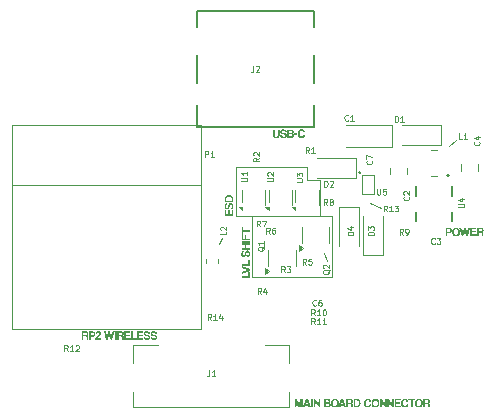
<source format=gbr>
%TF.GenerationSoftware,KiCad,Pcbnew,8.0.2*%
%TF.CreationDate,2025-05-18T14:56:39-07:00*%
%TF.ProjectId,PGS_USBW_Board,5047535f-5553-4425-975f-426f6172642e,rev?*%
%TF.SameCoordinates,Original*%
%TF.FileFunction,Legend,Top*%
%TF.FilePolarity,Positive*%
%FSLAX46Y46*%
G04 Gerber Fmt 4.6, Leading zero omitted, Abs format (unit mm)*
G04 Created by KiCad (PCBNEW 8.0.2) date 2025-05-18 14:56:39*
%MOMM*%
%LPD*%
G01*
G04 APERTURE LIST*
%ADD10C,0.100000*%
%ADD11C,0.120000*%
%ADD12C,0.127000*%
%ADD13C,0.200000*%
G04 APERTURE END LIST*
D10*
X72545646Y-33342379D02*
X65458609Y-33342380D01*
X71475000Y-29175000D02*
X71475000Y-30325000D01*
X64225000Y-35250000D02*
X63975000Y-35775000D01*
X73125000Y-37175000D02*
X72922473Y-36481236D01*
X66783609Y-33342380D02*
X73575000Y-33342380D01*
X73575000Y-38550000D01*
X66783609Y-38550000D01*
X66783609Y-33342380D01*
X65448799Y-33311949D02*
X65451201Y-29175000D01*
X84050000Y-26950000D02*
X83450000Y-27425000D01*
X72545646Y-30324640D02*
X72545646Y-33342379D01*
X71475000Y-30325000D02*
X72545646Y-30324640D01*
X77700000Y-32725000D02*
X76800000Y-32275000D01*
X65451201Y-29175000D02*
X71475000Y-29175000D01*
G36*
X65186435Y-32814931D02*
G01*
X65062603Y-32814931D01*
X65062603Y-33202362D01*
X64887298Y-33202362D01*
X64887298Y-32861093D01*
X64764383Y-32861093D01*
X64764383Y-33202362D01*
X64616555Y-33202362D01*
X64616555Y-32831601D01*
X64494739Y-32831601D01*
X64494739Y-33344145D01*
X65186435Y-33344145D01*
X65186435Y-32814931D01*
G37*
G36*
X64698987Y-32252379D02*
G01*
X64651283Y-32258659D01*
X64607691Y-32273528D01*
X64568902Y-32296799D01*
X64535611Y-32328285D01*
X64508511Y-32367800D01*
X64492666Y-32402592D01*
X64480986Y-32441717D01*
X64473764Y-32485095D01*
X64471291Y-32532648D01*
X64473603Y-32578264D01*
X64480357Y-32619389D01*
X64491282Y-32656024D01*
X64511867Y-32697888D01*
X64538739Y-32731774D01*
X64571255Y-32757682D01*
X64608770Y-32775617D01*
X64650641Y-32785579D01*
X64684515Y-32787820D01*
X64722730Y-32784784D01*
X64762029Y-32773329D01*
X64794946Y-32753704D01*
X64822300Y-32726277D01*
X64844910Y-32691418D01*
X64854692Y-32671317D01*
X64869532Y-32632705D01*
X64880792Y-32595252D01*
X64889938Y-32559196D01*
X64899270Y-32518468D01*
X64907631Y-32480258D01*
X64917086Y-32444057D01*
X64932757Y-32407685D01*
X64960427Y-32379544D01*
X64994826Y-32371997D01*
X65031282Y-32378963D01*
X65063273Y-32403279D01*
X65081999Y-32437962D01*
X65090601Y-32477008D01*
X65092279Y-32507552D01*
X65089161Y-32548784D01*
X65080052Y-32584534D01*
X65061733Y-32619430D01*
X65030981Y-32647916D01*
X64991090Y-32661810D01*
X64978156Y-32662890D01*
X64978156Y-32803574D01*
X65019723Y-32799675D01*
X65057156Y-32789939D01*
X65100653Y-32768431D01*
X65136841Y-32737867D01*
X65165745Y-32699001D01*
X65182656Y-32664856D01*
X65195493Y-32626783D01*
X65204266Y-32585100D01*
X65208984Y-32540124D01*
X65209882Y-32508468D01*
X65208072Y-32464016D01*
X65202591Y-32422385D01*
X65193361Y-32383914D01*
X65180303Y-32348943D01*
X65156805Y-32308341D01*
X65126180Y-32275365D01*
X65088243Y-32250816D01*
X65042810Y-32235498D01*
X65003705Y-32230551D01*
X64989697Y-32230214D01*
X64947817Y-32233619D01*
X64906948Y-32245899D01*
X64874841Y-32265776D01*
X64846368Y-32296675D01*
X64825206Y-32333727D01*
X64822635Y-32339391D01*
X64808169Y-32376556D01*
X64796532Y-32413081D01*
X64785422Y-32452945D01*
X64774674Y-32495228D01*
X64765872Y-32531647D01*
X64762368Y-32546386D01*
X64751119Y-32585202D01*
X64735677Y-32618776D01*
X64707802Y-32646873D01*
X64675173Y-32654464D01*
X64636966Y-32644342D01*
X64610394Y-32614352D01*
X64598321Y-32577650D01*
X64594292Y-32537096D01*
X64594207Y-32529534D01*
X64596723Y-32491424D01*
X64606432Y-32454133D01*
X64627081Y-32421791D01*
X64657890Y-32400901D01*
X64698987Y-32390865D01*
X64698987Y-32252379D01*
G37*
G36*
X64871941Y-31603299D02*
G01*
X64926536Y-31610509D01*
X64977006Y-31623584D01*
X65022970Y-31642222D01*
X65064045Y-31666125D01*
X65099849Y-31694990D01*
X65130001Y-31728517D01*
X65154117Y-31766406D01*
X65171817Y-31808355D01*
X65182716Y-31854065D01*
X65186435Y-31903234D01*
X65186435Y-32195226D01*
X64494739Y-32195226D01*
X64494739Y-31945183D01*
X64615639Y-31945183D01*
X64615639Y-32053443D01*
X65067916Y-32053443D01*
X65067916Y-31932726D01*
X65067684Y-31921020D01*
X65062142Y-31878379D01*
X65049233Y-31842276D01*
X65022780Y-31806021D01*
X64993397Y-31783859D01*
X64956739Y-31767550D01*
X64912832Y-31756885D01*
X64875162Y-31752464D01*
X64833443Y-31751010D01*
X64792093Y-31752474D01*
X64744369Y-31759164D01*
X64704775Y-31771596D01*
X64666151Y-31795752D01*
X64638932Y-31830131D01*
X64624883Y-31865464D01*
X64617302Y-31908141D01*
X64615639Y-31945183D01*
X64494739Y-31945183D01*
X64494739Y-31925216D01*
X64495116Y-31907672D01*
X64500697Y-31857100D01*
X64512768Y-31809924D01*
X64531087Y-31766541D01*
X64555413Y-31727346D01*
X64585506Y-31692735D01*
X64621124Y-31663104D01*
X64662026Y-31638848D01*
X64707973Y-31620363D01*
X64758722Y-31608046D01*
X64795104Y-31603455D01*
X64833443Y-31601899D01*
X64871941Y-31603299D01*
G37*
G36*
X68985170Y-26505972D02*
G01*
X68981785Y-26544968D01*
X68968761Y-26582802D01*
X68941156Y-26614751D01*
X68906808Y-26631836D01*
X68870615Y-26638910D01*
X68845585Y-26640062D01*
X68804806Y-26634513D01*
X68771441Y-26618472D01*
X68742601Y-26587702D01*
X68727140Y-26552032D01*
X68720790Y-26508737D01*
X68720655Y-26500843D01*
X68720655Y-26045636D01*
X68572460Y-26045636D01*
X68572460Y-26514399D01*
X68575221Y-26558994D01*
X68583363Y-26599037D01*
X68596672Y-26634563D01*
X68622087Y-26674970D01*
X68655807Y-26707498D01*
X68697326Y-26732234D01*
X68733280Y-26745724D01*
X68773125Y-26754915D01*
X68816647Y-26759843D01*
X68847600Y-26760779D01*
X68896915Y-26758490D01*
X68941943Y-26751643D01*
X68982561Y-26740269D01*
X69018646Y-26724399D01*
X69050075Y-26704064D01*
X69084525Y-26670058D01*
X69110187Y-26628241D01*
X69123490Y-26591796D01*
X69131562Y-26551030D01*
X69134280Y-26505972D01*
X69134280Y-26045636D01*
X68985170Y-26045636D01*
X68985170Y-26505972D01*
G37*
G36*
X69720646Y-26249884D02*
G01*
X69714366Y-26202180D01*
X69699497Y-26158588D01*
X69676226Y-26119799D01*
X69644740Y-26086508D01*
X69605225Y-26059408D01*
X69570433Y-26043563D01*
X69531308Y-26031883D01*
X69487930Y-26024661D01*
X69440377Y-26022188D01*
X69394761Y-26024500D01*
X69353636Y-26031254D01*
X69317001Y-26042179D01*
X69275137Y-26062764D01*
X69241251Y-26089636D01*
X69215343Y-26122152D01*
X69197408Y-26159667D01*
X69187446Y-26201538D01*
X69185205Y-26235412D01*
X69188241Y-26273627D01*
X69199696Y-26312926D01*
X69219321Y-26345843D01*
X69246748Y-26373197D01*
X69281607Y-26395807D01*
X69301708Y-26405589D01*
X69340320Y-26420429D01*
X69377773Y-26431689D01*
X69413829Y-26440835D01*
X69454557Y-26450167D01*
X69492767Y-26458528D01*
X69528968Y-26467983D01*
X69565340Y-26483654D01*
X69593481Y-26511324D01*
X69601028Y-26545723D01*
X69594062Y-26582179D01*
X69569746Y-26614170D01*
X69535063Y-26632896D01*
X69496017Y-26641498D01*
X69465473Y-26643176D01*
X69424241Y-26640058D01*
X69388491Y-26630949D01*
X69353595Y-26612630D01*
X69325109Y-26581878D01*
X69311215Y-26541987D01*
X69310135Y-26529053D01*
X69169451Y-26529053D01*
X69173351Y-26570620D01*
X69183086Y-26608053D01*
X69204594Y-26651550D01*
X69235158Y-26687738D01*
X69274024Y-26716642D01*
X69308169Y-26733553D01*
X69346242Y-26746390D01*
X69387925Y-26755163D01*
X69432901Y-26759881D01*
X69464557Y-26760779D01*
X69509009Y-26758969D01*
X69550640Y-26753488D01*
X69589111Y-26744258D01*
X69624083Y-26731200D01*
X69664684Y-26707702D01*
X69697660Y-26677077D01*
X69722209Y-26639140D01*
X69737527Y-26593707D01*
X69742474Y-26554602D01*
X69742811Y-26540594D01*
X69739406Y-26498714D01*
X69727126Y-26457845D01*
X69707249Y-26425738D01*
X69676350Y-26397265D01*
X69639298Y-26376103D01*
X69633634Y-26373532D01*
X69596469Y-26359066D01*
X69559944Y-26347429D01*
X69520080Y-26336319D01*
X69477798Y-26325571D01*
X69441378Y-26316769D01*
X69426639Y-26313265D01*
X69387823Y-26302016D01*
X69354249Y-26286574D01*
X69326152Y-26258699D01*
X69318561Y-26226070D01*
X69328683Y-26187863D01*
X69358673Y-26161291D01*
X69395375Y-26149218D01*
X69435929Y-26145189D01*
X69443491Y-26145104D01*
X69481602Y-26147620D01*
X69518892Y-26157329D01*
X69551234Y-26177978D01*
X69572124Y-26208787D01*
X69582160Y-26249884D01*
X69720646Y-26249884D01*
G37*
G36*
X70146113Y-26046491D02*
G01*
X70191315Y-26053192D01*
X70230427Y-26066237D01*
X70263325Y-26085252D01*
X70295523Y-26116846D01*
X70317582Y-26156455D01*
X70327769Y-26193423D01*
X70331192Y-26234680D01*
X70331085Y-26240183D01*
X70324712Y-26276906D01*
X70306829Y-26313792D01*
X70279878Y-26343361D01*
X70246196Y-26363640D01*
X70257077Y-26368096D01*
X70292276Y-26388868D01*
X70321277Y-26418915D01*
X70339502Y-26453274D01*
X70348933Y-26488748D01*
X70352258Y-26531068D01*
X70350012Y-26565151D01*
X70339999Y-26606620D01*
X70321904Y-26643159D01*
X70295664Y-26674345D01*
X70261214Y-26699754D01*
X70218489Y-26718964D01*
X70180977Y-26729049D01*
X70138748Y-26735231D01*
X70091773Y-26737332D01*
X69777799Y-26737332D01*
X69777799Y-26618813D01*
X69918483Y-26618813D01*
X70103313Y-26618813D01*
X70109536Y-26618690D01*
X70148419Y-26611331D01*
X70182105Y-26590694D01*
X70203185Y-26559616D01*
X70210475Y-26520810D01*
X70203219Y-26481973D01*
X70178889Y-26452355D01*
X70144429Y-26437911D01*
X70105512Y-26433982D01*
X69918483Y-26433982D01*
X69918483Y-26618813D01*
X69777799Y-26618813D01*
X69777799Y-26315280D01*
X69918483Y-26315280D01*
X70102398Y-26315280D01*
X70112896Y-26314978D01*
X70152101Y-26306250D01*
X70181695Y-26279668D01*
X70190508Y-26240908D01*
X70188385Y-26218423D01*
X70167794Y-26183938D01*
X70133103Y-26169739D01*
X70093971Y-26166536D01*
X69918483Y-26166536D01*
X69918483Y-26315280D01*
X69777799Y-26315280D01*
X69777799Y-26045636D01*
X70121265Y-26045636D01*
X70146113Y-26046491D01*
G37*
G36*
X70630145Y-26467687D02*
G01*
X70630145Y-26361808D01*
X70369660Y-26361808D01*
X70369660Y-26467687D01*
X70630145Y-26467687D01*
G37*
G36*
X71142323Y-26499012D02*
G01*
X71130571Y-26536589D01*
X71110136Y-26574089D01*
X71082756Y-26602884D01*
X71048395Y-26622523D01*
X71007018Y-26632558D01*
X70983687Y-26633834D01*
X70943827Y-26629655D01*
X70909289Y-26617341D01*
X70873597Y-26591012D01*
X70851024Y-26561601D01*
X70833767Y-26525128D01*
X70821821Y-26481925D01*
X70816347Y-26445304D01*
X70813860Y-26405223D01*
X70813694Y-26391117D01*
X70815193Y-26350374D01*
X70819714Y-26312855D01*
X70830512Y-26268139D01*
X70846841Y-26229865D01*
X70868792Y-26198438D01*
X70896456Y-26174263D01*
X70929922Y-26157746D01*
X70969280Y-26149293D01*
X70991197Y-26148218D01*
X71029145Y-26153042D01*
X71064179Y-26167103D01*
X71094928Y-26189786D01*
X71120023Y-26220475D01*
X71138096Y-26258553D01*
X71142323Y-26272782D01*
X71288319Y-26272782D01*
X71281936Y-26234429D01*
X71270624Y-26197959D01*
X71254543Y-26163782D01*
X71233856Y-26132312D01*
X71208722Y-26103963D01*
X71179303Y-26079147D01*
X71145761Y-26058277D01*
X71108256Y-26041766D01*
X71066951Y-26030027D01*
X71022005Y-26023473D01*
X70990098Y-26022188D01*
X70935996Y-26025935D01*
X70886066Y-26036997D01*
X70840560Y-26055106D01*
X70799729Y-26079994D01*
X70763823Y-26111392D01*
X70733093Y-26149034D01*
X70707790Y-26192650D01*
X70688165Y-26241973D01*
X70678361Y-26277892D01*
X70671265Y-26316150D01*
X70666953Y-26356666D01*
X70665499Y-26399360D01*
X70667114Y-26442391D01*
X70671862Y-26482788D01*
X70679602Y-26520531D01*
X70696511Y-26572127D01*
X70719354Y-26617641D01*
X70747651Y-26657008D01*
X70780923Y-26690161D01*
X70818691Y-26717035D01*
X70860477Y-26737563D01*
X70905800Y-26751680D01*
X70954182Y-26759318D01*
X70987900Y-26760779D01*
X71031984Y-26758055D01*
X71073161Y-26750059D01*
X71111297Y-26737052D01*
X71146260Y-26719299D01*
X71177913Y-26697061D01*
X71206124Y-26670600D01*
X71230759Y-26640181D01*
X71251682Y-26606064D01*
X71268761Y-26568514D01*
X71281862Y-26527792D01*
X71288319Y-26499012D01*
X71142323Y-26499012D01*
G37*
G36*
X83530535Y-34360341D02*
G01*
X83574264Y-34373384D01*
X83612484Y-34394077D01*
X83644752Y-34421566D01*
X83670622Y-34454998D01*
X83689651Y-34493517D01*
X83701395Y-34536269D01*
X83705408Y-34582400D01*
X83705153Y-34594261D01*
X83699166Y-34639370D01*
X83685560Y-34680259D01*
X83664778Y-34716287D01*
X83637267Y-34746811D01*
X83603470Y-34771189D01*
X83563831Y-34788780D01*
X83518794Y-34798943D01*
X83481742Y-34801303D01*
X83319993Y-34801303D01*
X83319993Y-35047500D01*
X83173996Y-35047500D01*
X83173996Y-34682784D01*
X83319993Y-34682784D01*
X83458661Y-34682784D01*
X83480975Y-34681660D01*
X83518118Y-34673052D01*
X83552949Y-34649871D01*
X83572217Y-34615519D01*
X83577363Y-34578187D01*
X83576434Y-34562223D01*
X83564445Y-34524585D01*
X83537563Y-34496217D01*
X83500770Y-34481078D01*
X83458661Y-34476704D01*
X83319993Y-34476704D01*
X83319993Y-34682784D01*
X83173996Y-34682784D01*
X83173996Y-34355804D01*
X83481742Y-34355804D01*
X83530535Y-34360341D01*
G37*
G36*
X84080959Y-34332770D02*
G01*
X84118881Y-34336056D01*
X84171450Y-34347000D01*
X84218742Y-34364955D01*
X84260646Y-34389689D01*
X84297048Y-34420968D01*
X84327836Y-34458561D01*
X84352898Y-34502234D01*
X84372122Y-34551754D01*
X84381639Y-34587902D01*
X84388478Y-34626476D01*
X84392606Y-34667407D01*
X84393989Y-34710628D01*
X84393643Y-34732468D01*
X84390883Y-34774160D01*
X84385395Y-34813187D01*
X84377213Y-34849533D01*
X84359960Y-34898989D01*
X84336832Y-34942320D01*
X84307940Y-34979470D01*
X84273396Y-35010385D01*
X84233314Y-35035009D01*
X84187806Y-35053287D01*
X84136983Y-35065164D01*
X84100205Y-35069498D01*
X84061147Y-35070947D01*
X84022096Y-35069417D01*
X83967704Y-35061455D01*
X83918457Y-35046824D01*
X83874492Y-35025672D01*
X83835945Y-34998149D01*
X83802953Y-34964402D01*
X83775653Y-34924580D01*
X83754182Y-34878832D01*
X83738676Y-34827305D01*
X83731720Y-34789818D01*
X83727517Y-34749873D01*
X83726211Y-34710628D01*
X83870088Y-34710628D01*
X83870294Y-34725631D01*
X83873347Y-34767497D01*
X83882966Y-34816109D01*
X83898711Y-34856671D01*
X83920349Y-34889390D01*
X83947646Y-34914477D01*
X83980367Y-34932138D01*
X84018279Y-34942582D01*
X84061147Y-34946017D01*
X84080568Y-34945162D01*
X84117570Y-34938249D01*
X84151504Y-34924222D01*
X84181628Y-34902875D01*
X84207203Y-34873998D01*
X84227487Y-34837383D01*
X84241740Y-34792822D01*
X84248027Y-34754062D01*
X84250191Y-34710628D01*
X84249407Y-34680995D01*
X84245316Y-34639949D01*
X84237784Y-34603028D01*
X84222496Y-34560295D01*
X84201350Y-34525087D01*
X84174495Y-34497512D01*
X84142077Y-34477680D01*
X84104245Y-34465701D01*
X84061147Y-34461683D01*
X84038746Y-34462690D01*
X83997872Y-34470702D01*
X83962369Y-34486621D01*
X83932392Y-34510338D01*
X83908098Y-34541744D01*
X83889644Y-34580728D01*
X83877187Y-34627182D01*
X83871874Y-34666858D01*
X83870088Y-34710628D01*
X83726211Y-34710628D01*
X83726107Y-34707513D01*
X83726461Y-34685905D01*
X83729272Y-34644333D01*
X83734857Y-34605019D01*
X83743174Y-34568035D01*
X83760683Y-34517090D01*
X83784113Y-34471802D01*
X83813325Y-34432420D01*
X83848184Y-34399190D01*
X83888552Y-34372363D01*
X83934293Y-34352185D01*
X83985270Y-34338904D01*
X84022096Y-34334006D01*
X84061147Y-34332356D01*
X84080959Y-34332770D01*
G37*
G36*
X85043370Y-35047500D02*
G01*
X85238642Y-34355804D01*
X85089532Y-34355804D01*
X84976142Y-34803867D01*
X84870080Y-34355804D01*
X84716756Y-34355804D01*
X84620219Y-34803867D01*
X84505730Y-34355804D01*
X84350392Y-34355804D01*
X84547679Y-35047500D01*
X84684333Y-35047500D01*
X84794609Y-34597604D01*
X84902686Y-35047500D01*
X85043370Y-35047500D01*
G37*
G36*
X85798813Y-35047500D02*
G01*
X85798813Y-34923668D01*
X85411383Y-34923668D01*
X85411383Y-34748363D01*
X85752651Y-34748363D01*
X85752651Y-34625448D01*
X85411383Y-34625448D01*
X85411383Y-34477620D01*
X85782144Y-34477620D01*
X85782144Y-34355804D01*
X85269600Y-34355804D01*
X85269600Y-35047500D01*
X85798813Y-35047500D01*
G37*
G36*
X86228135Y-34359735D02*
G01*
X86269817Y-34371074D01*
X86306413Y-34389140D01*
X86337437Y-34413254D01*
X86362408Y-34442735D01*
X86380843Y-34476901D01*
X86392258Y-34515074D01*
X86396170Y-34556571D01*
X86395740Y-34570243D01*
X86389367Y-34609311D01*
X86375565Y-34644611D01*
X86354587Y-34675057D01*
X86326689Y-34699562D01*
X86292123Y-34717039D01*
X86308525Y-34723067D01*
X86342846Y-34744112D01*
X86364635Y-34774737D01*
X86374581Y-34811729D01*
X86377119Y-34852594D01*
X86377119Y-35047500D01*
X86234420Y-35047500D01*
X86234420Y-34870179D01*
X86234345Y-34864080D01*
X86227680Y-34823474D01*
X86204491Y-34793988D01*
X86166473Y-34780693D01*
X86125244Y-34777855D01*
X85969722Y-34777855D01*
X85969722Y-35047500D01*
X85827939Y-35047500D01*
X85827939Y-34660252D01*
X85969722Y-34660252D01*
X86152538Y-34660252D01*
X86159678Y-34660141D01*
X86196765Y-34655004D01*
X86231844Y-34637450D01*
X86253723Y-34605616D01*
X86259516Y-34569028D01*
X86253803Y-34531805D01*
X86232613Y-34499620D01*
X86199211Y-34481964D01*
X86157667Y-34476704D01*
X85969722Y-34476704D01*
X85969722Y-34660252D01*
X85827939Y-34660252D01*
X85827939Y-34355804D01*
X86181847Y-34355804D01*
X86228135Y-34359735D01*
G37*
G36*
X66591261Y-38089858D02*
G01*
X66464315Y-38089858D01*
X66464315Y-38435339D01*
X65899565Y-38435339D01*
X65899565Y-38581336D01*
X66591261Y-38581336D01*
X66591261Y-38089858D01*
G37*
G36*
X66591261Y-37873154D02*
G01*
X65899565Y-37636849D01*
X65899565Y-37787974D01*
X66385181Y-37939282D01*
X65899565Y-38091507D01*
X65899565Y-38246845D01*
X66591261Y-38010723D01*
X66591261Y-37873154D01*
G37*
G36*
X66591261Y-37112398D02*
G01*
X66464315Y-37112398D01*
X66464315Y-37457880D01*
X65899565Y-37457880D01*
X65899565Y-37603876D01*
X66591261Y-37603876D01*
X66591261Y-37112398D01*
G37*
G36*
X66103813Y-36291559D02*
G01*
X66056109Y-36297839D01*
X66012517Y-36312708D01*
X65973728Y-36335979D01*
X65940437Y-36367465D01*
X65913337Y-36406980D01*
X65897492Y-36441772D01*
X65885812Y-36480897D01*
X65878590Y-36524275D01*
X65876117Y-36571828D01*
X65878429Y-36617444D01*
X65885183Y-36658569D01*
X65896108Y-36695204D01*
X65916693Y-36737068D01*
X65943565Y-36770953D01*
X65976081Y-36796862D01*
X66013596Y-36814797D01*
X66055467Y-36824759D01*
X66089341Y-36827000D01*
X66127556Y-36823964D01*
X66166855Y-36812509D01*
X66199772Y-36792884D01*
X66227126Y-36765457D01*
X66249736Y-36730598D01*
X66259518Y-36710496D01*
X66274358Y-36671885D01*
X66285618Y-36634432D01*
X66294764Y-36598376D01*
X66304096Y-36557648D01*
X66312457Y-36519438D01*
X66321912Y-36483237D01*
X66337583Y-36446865D01*
X66365253Y-36418724D01*
X66399652Y-36411177D01*
X66436108Y-36418143D01*
X66468099Y-36442459D01*
X66486825Y-36477142D01*
X66495427Y-36516188D01*
X66497105Y-36546732D01*
X66493987Y-36587964D01*
X66484878Y-36623714D01*
X66466559Y-36658610D01*
X66435807Y-36687096D01*
X66395916Y-36700990D01*
X66382982Y-36702070D01*
X66382982Y-36842754D01*
X66424549Y-36838854D01*
X66461982Y-36829119D01*
X66505479Y-36807611D01*
X66541667Y-36777047D01*
X66570571Y-36738181D01*
X66587482Y-36704036D01*
X66600319Y-36665963D01*
X66609092Y-36624280D01*
X66613810Y-36579304D01*
X66614708Y-36547648D01*
X66612898Y-36503196D01*
X66607417Y-36461565D01*
X66598187Y-36423094D01*
X66585129Y-36388122D01*
X66561631Y-36347521D01*
X66531006Y-36314545D01*
X66493069Y-36289996D01*
X66447636Y-36274678D01*
X66408531Y-36269730D01*
X66394523Y-36269394D01*
X66352643Y-36272799D01*
X66311774Y-36285079D01*
X66279667Y-36304956D01*
X66251194Y-36335855D01*
X66230032Y-36372907D01*
X66227461Y-36378570D01*
X66212995Y-36415736D01*
X66201358Y-36452261D01*
X66190248Y-36492125D01*
X66179500Y-36534407D01*
X66170698Y-36570827D01*
X66167194Y-36585566D01*
X66155945Y-36624382D01*
X66140503Y-36657956D01*
X66112628Y-36686053D01*
X66079999Y-36693644D01*
X66041792Y-36683522D01*
X66015220Y-36653532D01*
X66003147Y-36616830D01*
X65999118Y-36576276D01*
X65999033Y-36568714D01*
X66001549Y-36530603D01*
X66011258Y-36493313D01*
X66031907Y-36460971D01*
X66062716Y-36440081D01*
X66103813Y-36430045D01*
X66103813Y-36291559D01*
G37*
G36*
X66591261Y-35669472D02*
G01*
X65899565Y-35669472D01*
X65899565Y-35816384D01*
X66157485Y-35816384D01*
X66157485Y-36088410D01*
X65899565Y-36088410D01*
X65899565Y-36234406D01*
X66591261Y-36234406D01*
X66591261Y-36088410D01*
X66279301Y-36088410D01*
X66279301Y-35816384D01*
X66591261Y-35816384D01*
X66591261Y-35669472D01*
G37*
G36*
X66591261Y-35472185D02*
G01*
X65899565Y-35472185D01*
X65899565Y-35618181D01*
X66591261Y-35618181D01*
X66591261Y-35472185D01*
G37*
G36*
X66298169Y-34969167D02*
G01*
X66175437Y-34969167D01*
X66175437Y-35275814D01*
X66021381Y-35275814D01*
X66021381Y-34925020D01*
X65899565Y-34925020D01*
X65899565Y-35421810D01*
X66591261Y-35421810D01*
X66591261Y-35275814D01*
X66298169Y-35275814D01*
X66298169Y-34969167D01*
G37*
G36*
X66591261Y-34542719D02*
G01*
X66021381Y-34542719D01*
X66021381Y-34331693D01*
X65899565Y-34331693D01*
X65899565Y-34898825D01*
X66021381Y-34898825D01*
X66021381Y-34688715D01*
X66591261Y-34688715D01*
X66591261Y-34542719D01*
G37*
G36*
X71075305Y-49547500D02*
G01*
X71075305Y-48855804D01*
X70865378Y-48855804D01*
X70739349Y-49363218D01*
X70613319Y-48855804D01*
X70398996Y-48855804D01*
X70398996Y-49547500D01*
X70534551Y-49547500D01*
X70534551Y-49075806D01*
X70663695Y-49547500D01*
X70808592Y-49547500D01*
X70938834Y-49073607D01*
X70938834Y-49547500D01*
X71075305Y-49547500D01*
G37*
G36*
X71771580Y-49547500D02*
G01*
X71612944Y-49547500D01*
X71568797Y-49406816D01*
X71311610Y-49406816D01*
X71262151Y-49547500D01*
X71107911Y-49547500D01*
X71201526Y-49287198D01*
X71349345Y-49287198D01*
X71526849Y-49287198D01*
X71439654Y-49011509D01*
X71438555Y-49011509D01*
X71349345Y-49287198D01*
X71201526Y-49287198D01*
X71356673Y-48855804D01*
X71525750Y-48855804D01*
X71771580Y-49547500D01*
G37*
G36*
X71949633Y-49547500D02*
G01*
X71949633Y-48855804D01*
X71803637Y-48855804D01*
X71803637Y-49547500D01*
X71949633Y-49547500D01*
G37*
G36*
X72568239Y-49547500D02*
G01*
X72568239Y-48855804D01*
X72431585Y-48855804D01*
X72431585Y-49300753D01*
X72154431Y-48855804D01*
X72000008Y-48855804D01*
X72000008Y-49547500D01*
X72135563Y-49547500D01*
X72135563Y-49082950D01*
X72433784Y-49547500D01*
X72568239Y-49547500D01*
G37*
G36*
X73241734Y-48856659D02*
G01*
X73286937Y-48863360D01*
X73326048Y-48876405D01*
X73358946Y-48895420D01*
X73391145Y-48927014D01*
X73413204Y-48966623D01*
X73423391Y-49003591D01*
X73426814Y-49044848D01*
X73426707Y-49050351D01*
X73420334Y-49087074D01*
X73402451Y-49123960D01*
X73375500Y-49153529D01*
X73341817Y-49173808D01*
X73352699Y-49178264D01*
X73387898Y-49199036D01*
X73416899Y-49229083D01*
X73435124Y-49263442D01*
X73444555Y-49298916D01*
X73447880Y-49341236D01*
X73445634Y-49375319D01*
X73435621Y-49416788D01*
X73417526Y-49453327D01*
X73391286Y-49484513D01*
X73356836Y-49509922D01*
X73314111Y-49529132D01*
X73276599Y-49539217D01*
X73234369Y-49545399D01*
X73187395Y-49547500D01*
X72873421Y-49547500D01*
X72873421Y-49428981D01*
X73014105Y-49428981D01*
X73198935Y-49428981D01*
X73205158Y-49428858D01*
X73244041Y-49421499D01*
X73277727Y-49400862D01*
X73298807Y-49369784D01*
X73306097Y-49330978D01*
X73298841Y-49292141D01*
X73274510Y-49262523D01*
X73240051Y-49248079D01*
X73201133Y-49244150D01*
X73014105Y-49244150D01*
X73014105Y-49428981D01*
X72873421Y-49428981D01*
X72873421Y-49125448D01*
X73014105Y-49125448D01*
X73198019Y-49125448D01*
X73208518Y-49125146D01*
X73247723Y-49116418D01*
X73277316Y-49089836D01*
X73286130Y-49051076D01*
X73284007Y-49028591D01*
X73263415Y-48994106D01*
X73228725Y-48979907D01*
X73189593Y-48976704D01*
X73014105Y-48976704D01*
X73014105Y-49125448D01*
X72873421Y-49125448D01*
X72873421Y-48855804D01*
X73216887Y-48855804D01*
X73241734Y-48856659D01*
G37*
G36*
X73822149Y-48832770D02*
G01*
X73860071Y-48836056D01*
X73912640Y-48847000D01*
X73959932Y-48864955D01*
X74001835Y-48889689D01*
X74038237Y-48920968D01*
X74069026Y-48958561D01*
X74094088Y-49002234D01*
X74113312Y-49051754D01*
X74122829Y-49087902D01*
X74129668Y-49126476D01*
X74133796Y-49167407D01*
X74135179Y-49210628D01*
X74134833Y-49232468D01*
X74132073Y-49274160D01*
X74126585Y-49313187D01*
X74118403Y-49349533D01*
X74101150Y-49398989D01*
X74078021Y-49442320D01*
X74049129Y-49479470D01*
X74014586Y-49510385D01*
X73974504Y-49535009D01*
X73928996Y-49553287D01*
X73878173Y-49565164D01*
X73841395Y-49569498D01*
X73802337Y-49570947D01*
X73763285Y-49569417D01*
X73708894Y-49561455D01*
X73659647Y-49546824D01*
X73615682Y-49525672D01*
X73577135Y-49498149D01*
X73544143Y-49464402D01*
X73516843Y-49424580D01*
X73495372Y-49378832D01*
X73479866Y-49327305D01*
X73472910Y-49289818D01*
X73468707Y-49249873D01*
X73467401Y-49210628D01*
X73611278Y-49210628D01*
X73611484Y-49225631D01*
X73614537Y-49267497D01*
X73624155Y-49316109D01*
X73639901Y-49356671D01*
X73661539Y-49389390D01*
X73688836Y-49414477D01*
X73721557Y-49432138D01*
X73759469Y-49442582D01*
X73802337Y-49446017D01*
X73821758Y-49445162D01*
X73858760Y-49438249D01*
X73892694Y-49424222D01*
X73922818Y-49402875D01*
X73948393Y-49373998D01*
X73968677Y-49337383D01*
X73982930Y-49292822D01*
X73989216Y-49254062D01*
X73991381Y-49210628D01*
X73990596Y-49180995D01*
X73986506Y-49139949D01*
X73978973Y-49103028D01*
X73963686Y-49060295D01*
X73942540Y-49025087D01*
X73915684Y-48997512D01*
X73883267Y-48977680D01*
X73845435Y-48965701D01*
X73802337Y-48961683D01*
X73779936Y-48962690D01*
X73739062Y-48970702D01*
X73703559Y-48986621D01*
X73673582Y-49010338D01*
X73649288Y-49041744D01*
X73630834Y-49080728D01*
X73618377Y-49127182D01*
X73613064Y-49166858D01*
X73611278Y-49210628D01*
X73467401Y-49210628D01*
X73467297Y-49207513D01*
X73467650Y-49185905D01*
X73470462Y-49144333D01*
X73476047Y-49105019D01*
X73484363Y-49068035D01*
X73501873Y-49017090D01*
X73525302Y-48971802D01*
X73554515Y-48932420D01*
X73589373Y-48899190D01*
X73629742Y-48872363D01*
X73675482Y-48852185D01*
X73726459Y-48838904D01*
X73763285Y-48834006D01*
X73802337Y-48832356D01*
X73822149Y-48832770D01*
G37*
G36*
X74745725Y-49547500D02*
G01*
X74587090Y-49547500D01*
X74542943Y-49406816D01*
X74285755Y-49406816D01*
X74236296Y-49547500D01*
X74082056Y-49547500D01*
X74175671Y-49287198D01*
X74323490Y-49287198D01*
X74500994Y-49287198D01*
X74413799Y-49011509D01*
X74412700Y-49011509D01*
X74323490Y-49287198D01*
X74175671Y-49287198D01*
X74330818Y-48855804D01*
X74499895Y-48855804D01*
X74745725Y-49547500D01*
G37*
G36*
X75177977Y-48859735D02*
G01*
X75219660Y-48871074D01*
X75256256Y-48889140D01*
X75287280Y-48913254D01*
X75312251Y-48942735D01*
X75330686Y-48976901D01*
X75342101Y-49015074D01*
X75346013Y-49056571D01*
X75345583Y-49070243D01*
X75339210Y-49109311D01*
X75325407Y-49144611D01*
X75304430Y-49175057D01*
X75276532Y-49199562D01*
X75241966Y-49217039D01*
X75258368Y-49223067D01*
X75292689Y-49244112D01*
X75314478Y-49274737D01*
X75324424Y-49311729D01*
X75326962Y-49352594D01*
X75326962Y-49547500D01*
X75184263Y-49547500D01*
X75184263Y-49370179D01*
X75184188Y-49364080D01*
X75177523Y-49323474D01*
X75154334Y-49293988D01*
X75116316Y-49280693D01*
X75075087Y-49277855D01*
X74919565Y-49277855D01*
X74919565Y-49547500D01*
X74777782Y-49547500D01*
X74777782Y-49160252D01*
X74919565Y-49160252D01*
X75102381Y-49160252D01*
X75109521Y-49160141D01*
X75146608Y-49155004D01*
X75181687Y-49137450D01*
X75203566Y-49105616D01*
X75209359Y-49069028D01*
X75203646Y-49031805D01*
X75182456Y-48999620D01*
X75149054Y-48981964D01*
X75107510Y-48976704D01*
X74919565Y-48976704D01*
X74919565Y-49160252D01*
X74777782Y-49160252D01*
X74777782Y-48855804D01*
X75131690Y-48855804D01*
X75177977Y-48859735D01*
G37*
G36*
X75672036Y-48856181D02*
G01*
X75722608Y-48861762D01*
X75769784Y-48873833D01*
X75813167Y-48892152D01*
X75852362Y-48916478D01*
X75886973Y-48946571D01*
X75916604Y-48982189D01*
X75940860Y-49023091D01*
X75959344Y-49069038D01*
X75971662Y-49119787D01*
X75976252Y-49156169D01*
X75977808Y-49194508D01*
X75976408Y-49233006D01*
X75969199Y-49287601D01*
X75956124Y-49338071D01*
X75937485Y-49384035D01*
X75913583Y-49425110D01*
X75884718Y-49460914D01*
X75851191Y-49491066D01*
X75813302Y-49515182D01*
X75771353Y-49532882D01*
X75725643Y-49543781D01*
X75676474Y-49547500D01*
X75384481Y-49547500D01*
X75384481Y-49428981D01*
X75526264Y-49428981D01*
X75646981Y-49428981D01*
X75658688Y-49428749D01*
X75701328Y-49423207D01*
X75737431Y-49410298D01*
X75773687Y-49383845D01*
X75795849Y-49354462D01*
X75812158Y-49317804D01*
X75822822Y-49273897D01*
X75827244Y-49236227D01*
X75828698Y-49194508D01*
X75827234Y-49153158D01*
X75820543Y-49105434D01*
X75808112Y-49065840D01*
X75783956Y-49027216D01*
X75749576Y-48999997D01*
X75714244Y-48985948D01*
X75671567Y-48978367D01*
X75634525Y-48976704D01*
X75526264Y-48976704D01*
X75526264Y-49428981D01*
X75384481Y-49428981D01*
X75384481Y-48855804D01*
X75654492Y-48855804D01*
X75672036Y-48856181D01*
G37*
G36*
X76742411Y-49309180D02*
G01*
X76730659Y-49346757D01*
X76710224Y-49384257D01*
X76682844Y-49413052D01*
X76648483Y-49432691D01*
X76607106Y-49442726D01*
X76583775Y-49444002D01*
X76543915Y-49439823D01*
X76509377Y-49427509D01*
X76473685Y-49401180D01*
X76451112Y-49371769D01*
X76433855Y-49335296D01*
X76421909Y-49292093D01*
X76416435Y-49255472D01*
X76413948Y-49215391D01*
X76413782Y-49201285D01*
X76415281Y-49160542D01*
X76419802Y-49123023D01*
X76430600Y-49078307D01*
X76446929Y-49040033D01*
X76468880Y-49008606D01*
X76496544Y-48984431D01*
X76530009Y-48967914D01*
X76569368Y-48959461D01*
X76591285Y-48958386D01*
X76629233Y-48963210D01*
X76664267Y-48977271D01*
X76695016Y-48999954D01*
X76720111Y-49030643D01*
X76738184Y-49068721D01*
X76742411Y-49082950D01*
X76888407Y-49082950D01*
X76882024Y-49044597D01*
X76870712Y-49008127D01*
X76854631Y-48973950D01*
X76833944Y-48942480D01*
X76808810Y-48914131D01*
X76779391Y-48889315D01*
X76745849Y-48868445D01*
X76708344Y-48851934D01*
X76667039Y-48840195D01*
X76622093Y-48833641D01*
X76590186Y-48832356D01*
X76536084Y-48836103D01*
X76486154Y-48847165D01*
X76440648Y-48865274D01*
X76399817Y-48890162D01*
X76363911Y-48921560D01*
X76333181Y-48959202D01*
X76307878Y-49002818D01*
X76288253Y-49052141D01*
X76278449Y-49088060D01*
X76271353Y-49126318D01*
X76267041Y-49166834D01*
X76265587Y-49209528D01*
X76267202Y-49252559D01*
X76271950Y-49292956D01*
X76279690Y-49330699D01*
X76296599Y-49382295D01*
X76319442Y-49427809D01*
X76347739Y-49467176D01*
X76381011Y-49500329D01*
X76418779Y-49527203D01*
X76460565Y-49547731D01*
X76505888Y-49561848D01*
X76554270Y-49569486D01*
X76587988Y-49570947D01*
X76632072Y-49568223D01*
X76673249Y-49560227D01*
X76711385Y-49547220D01*
X76746348Y-49529467D01*
X76778001Y-49507229D01*
X76806212Y-49480768D01*
X76830847Y-49450349D01*
X76851770Y-49416232D01*
X76868849Y-49378682D01*
X76881950Y-49337960D01*
X76888407Y-49309180D01*
X76742411Y-49309180D01*
G37*
G36*
X77263775Y-48832770D02*
G01*
X77301697Y-48836056D01*
X77354266Y-48847000D01*
X77401558Y-48864955D01*
X77443461Y-48889689D01*
X77479863Y-48920968D01*
X77510652Y-48958561D01*
X77535714Y-49002234D01*
X77554938Y-49051754D01*
X77564455Y-49087902D01*
X77571294Y-49126476D01*
X77575422Y-49167407D01*
X77576805Y-49210628D01*
X77576459Y-49232468D01*
X77573699Y-49274160D01*
X77568211Y-49313187D01*
X77560029Y-49349533D01*
X77542776Y-49398989D01*
X77519647Y-49442320D01*
X77490755Y-49479470D01*
X77456212Y-49510385D01*
X77416130Y-49535009D01*
X77370622Y-49553287D01*
X77319799Y-49565164D01*
X77283021Y-49569498D01*
X77243963Y-49570947D01*
X77204911Y-49569417D01*
X77150520Y-49561455D01*
X77101273Y-49546824D01*
X77057308Y-49525672D01*
X77018761Y-49498149D01*
X76985769Y-49464402D01*
X76958469Y-49424580D01*
X76936998Y-49378832D01*
X76921492Y-49327305D01*
X76914536Y-49289818D01*
X76910333Y-49249873D01*
X76909027Y-49210628D01*
X77052904Y-49210628D01*
X77053110Y-49225631D01*
X77056163Y-49267497D01*
X77065781Y-49316109D01*
X77081527Y-49356671D01*
X77103165Y-49389390D01*
X77130461Y-49414477D01*
X77163183Y-49432138D01*
X77201095Y-49442582D01*
X77243963Y-49446017D01*
X77263384Y-49445162D01*
X77300386Y-49438249D01*
X77334320Y-49424222D01*
X77364444Y-49402875D01*
X77390019Y-49373998D01*
X77410303Y-49337383D01*
X77424556Y-49292822D01*
X77430842Y-49254062D01*
X77433007Y-49210628D01*
X77432222Y-49180995D01*
X77428131Y-49139949D01*
X77420599Y-49103028D01*
X77405312Y-49060295D01*
X77384166Y-49025087D01*
X77357310Y-48997512D01*
X77324893Y-48977680D01*
X77287061Y-48965701D01*
X77243963Y-48961683D01*
X77221562Y-48962690D01*
X77180688Y-48970702D01*
X77145185Y-48986621D01*
X77115208Y-49010338D01*
X77090914Y-49041744D01*
X77072460Y-49080728D01*
X77060003Y-49127182D01*
X77054690Y-49166858D01*
X77052904Y-49210628D01*
X76909027Y-49210628D01*
X76908923Y-49207513D01*
X76909276Y-49185905D01*
X76912088Y-49144333D01*
X76917673Y-49105019D01*
X76925989Y-49068035D01*
X76943499Y-49017090D01*
X76966928Y-48971802D01*
X76996141Y-48932420D01*
X77030999Y-48899190D01*
X77071367Y-48872363D01*
X77117108Y-48852185D01*
X77168085Y-48838904D01*
X77204911Y-48834006D01*
X77243963Y-48832356D01*
X77263775Y-48832770D01*
G37*
G36*
X78189000Y-49547500D02*
G01*
X78189000Y-48855804D01*
X78052346Y-48855804D01*
X78052346Y-49300753D01*
X77775191Y-48855804D01*
X77620769Y-48855804D01*
X77620769Y-49547500D01*
X77756324Y-49547500D01*
X77756324Y-49082950D01*
X78054544Y-49547500D01*
X78189000Y-49547500D01*
G37*
G36*
X78809621Y-49547500D02*
G01*
X78809621Y-48855804D01*
X78672967Y-48855804D01*
X78672967Y-49300753D01*
X78395812Y-48855804D01*
X78241390Y-48855804D01*
X78241390Y-49547500D01*
X78376945Y-49547500D01*
X78376945Y-49082950D01*
X78675165Y-49547500D01*
X78809621Y-49547500D01*
G37*
G36*
X79391224Y-49547500D02*
G01*
X79391224Y-49423668D01*
X79003794Y-49423668D01*
X79003794Y-49248363D01*
X79345062Y-49248363D01*
X79345062Y-49125448D01*
X79003794Y-49125448D01*
X79003794Y-48977620D01*
X79374555Y-48977620D01*
X79374555Y-48855804D01*
X78862011Y-48855804D01*
X78862011Y-49547500D01*
X79391224Y-49547500D01*
G37*
G36*
X79888747Y-49309180D02*
G01*
X79876996Y-49346757D01*
X79856560Y-49384257D01*
X79829180Y-49413052D01*
X79794820Y-49432691D01*
X79753442Y-49442726D01*
X79730111Y-49444002D01*
X79690252Y-49439823D01*
X79655713Y-49427509D01*
X79620021Y-49401180D01*
X79597449Y-49371769D01*
X79580191Y-49335296D01*
X79568246Y-49292093D01*
X79562772Y-49255472D01*
X79560284Y-49215391D01*
X79560118Y-49201285D01*
X79561617Y-49160542D01*
X79566139Y-49123023D01*
X79576936Y-49078307D01*
X79593265Y-49040033D01*
X79615216Y-49008606D01*
X79642880Y-48984431D01*
X79676346Y-48967914D01*
X79715704Y-48959461D01*
X79737622Y-48958386D01*
X79775570Y-48963210D01*
X79810603Y-48977271D01*
X79841352Y-48999954D01*
X79866447Y-49030643D01*
X79884520Y-49068721D01*
X79888747Y-49082950D01*
X80034743Y-49082950D01*
X80028361Y-49044597D01*
X80017048Y-49008127D01*
X80000968Y-48973950D01*
X79980280Y-48942480D01*
X79955146Y-48914131D01*
X79925728Y-48889315D01*
X79892185Y-48868445D01*
X79854681Y-48851934D01*
X79813375Y-48840195D01*
X79768429Y-48833641D01*
X79736523Y-48832356D01*
X79682420Y-48836103D01*
X79632490Y-48847165D01*
X79586984Y-48865274D01*
X79546153Y-48890162D01*
X79510247Y-48921560D01*
X79479517Y-48959202D01*
X79454214Y-49002818D01*
X79434590Y-49052141D01*
X79424785Y-49088060D01*
X79417689Y-49126318D01*
X79413378Y-49166834D01*
X79411924Y-49209528D01*
X79413538Y-49252559D01*
X79418286Y-49292956D01*
X79426026Y-49330699D01*
X79442936Y-49382295D01*
X79465778Y-49427809D01*
X79494075Y-49467176D01*
X79527347Y-49500329D01*
X79565116Y-49527203D01*
X79606901Y-49547731D01*
X79652224Y-49561848D01*
X79700607Y-49569486D01*
X79734324Y-49570947D01*
X79778408Y-49568223D01*
X79819585Y-49560227D01*
X79857722Y-49547220D01*
X79892684Y-49529467D01*
X79924337Y-49507229D01*
X79952548Y-49480768D01*
X79977183Y-49450349D01*
X79998107Y-49416232D01*
X80015186Y-49378682D01*
X80028286Y-49337960D01*
X80034743Y-49309180D01*
X79888747Y-49309180D01*
G37*
G36*
X80374912Y-49547500D02*
G01*
X80374912Y-48977620D01*
X80585938Y-48977620D01*
X80585938Y-48855804D01*
X80018806Y-48855804D01*
X80018806Y-48977620D01*
X80228916Y-48977620D01*
X80228916Y-49547500D01*
X80374912Y-49547500D01*
G37*
G36*
X80934012Y-48832770D02*
G01*
X80971934Y-48836056D01*
X81024503Y-48847000D01*
X81071795Y-48864955D01*
X81113699Y-48889689D01*
X81150101Y-48920968D01*
X81180889Y-48958561D01*
X81205951Y-49002234D01*
X81225175Y-49051754D01*
X81234692Y-49087902D01*
X81241531Y-49126476D01*
X81245659Y-49167407D01*
X81247042Y-49210628D01*
X81246696Y-49232468D01*
X81243936Y-49274160D01*
X81238448Y-49313187D01*
X81230266Y-49349533D01*
X81213013Y-49398989D01*
X81189885Y-49442320D01*
X81160993Y-49479470D01*
X81126449Y-49510385D01*
X81086368Y-49535009D01*
X81040859Y-49553287D01*
X80990036Y-49565164D01*
X80953258Y-49569498D01*
X80914200Y-49570947D01*
X80875149Y-49569417D01*
X80820757Y-49561455D01*
X80771510Y-49546824D01*
X80727545Y-49525672D01*
X80688998Y-49498149D01*
X80656006Y-49464402D01*
X80628706Y-49424580D01*
X80607235Y-49378832D01*
X80591729Y-49327305D01*
X80584774Y-49289818D01*
X80580570Y-49249873D01*
X80579264Y-49210628D01*
X80723142Y-49210628D01*
X80723347Y-49225631D01*
X80726400Y-49267497D01*
X80736019Y-49316109D01*
X80751764Y-49356671D01*
X80773402Y-49389390D01*
X80800699Y-49414477D01*
X80833420Y-49432138D01*
X80871332Y-49442582D01*
X80914200Y-49446017D01*
X80933621Y-49445162D01*
X80970623Y-49438249D01*
X81004557Y-49424222D01*
X81034681Y-49402875D01*
X81060256Y-49373998D01*
X81080540Y-49337383D01*
X81094793Y-49292822D01*
X81101080Y-49254062D01*
X81103244Y-49210628D01*
X81102460Y-49180995D01*
X81098369Y-49139949D01*
X81090837Y-49103028D01*
X81075549Y-49060295D01*
X81054404Y-49025087D01*
X81027548Y-48997512D01*
X80995130Y-48977680D01*
X80957298Y-48965701D01*
X80914200Y-48961683D01*
X80891799Y-48962690D01*
X80850925Y-48970702D01*
X80815422Y-48986621D01*
X80785445Y-49010338D01*
X80761151Y-49041744D01*
X80742697Y-49080728D01*
X80730240Y-49127182D01*
X80724927Y-49166858D01*
X80723142Y-49210628D01*
X80579264Y-49210628D01*
X80579160Y-49207513D01*
X80579514Y-49185905D01*
X80582325Y-49144333D01*
X80587910Y-49105019D01*
X80596227Y-49068035D01*
X80613736Y-49017090D01*
X80637166Y-48971802D01*
X80666378Y-48932420D01*
X80701237Y-48899190D01*
X80741605Y-48872363D01*
X80787346Y-48852185D01*
X80838323Y-48838904D01*
X80875149Y-48834006D01*
X80914200Y-48832356D01*
X80934012Y-48832770D01*
G37*
G36*
X81691201Y-48859735D02*
G01*
X81732884Y-48871074D01*
X81769480Y-48889140D01*
X81800504Y-48913254D01*
X81825475Y-48942735D01*
X81843910Y-48976901D01*
X81855325Y-49015074D01*
X81859237Y-49056571D01*
X81858807Y-49070243D01*
X81852434Y-49109311D01*
X81838631Y-49144611D01*
X81817654Y-49175057D01*
X81789756Y-49199562D01*
X81755190Y-49217039D01*
X81771592Y-49223067D01*
X81805913Y-49244112D01*
X81827702Y-49274737D01*
X81837648Y-49311729D01*
X81840186Y-49352594D01*
X81840186Y-49547500D01*
X81697487Y-49547500D01*
X81697487Y-49370179D01*
X81697412Y-49364080D01*
X81690747Y-49323474D01*
X81667558Y-49293988D01*
X81629540Y-49280693D01*
X81588311Y-49277855D01*
X81432789Y-49277855D01*
X81432789Y-49547500D01*
X81291006Y-49547500D01*
X81291006Y-49160252D01*
X81432789Y-49160252D01*
X81615605Y-49160252D01*
X81622745Y-49160141D01*
X81659832Y-49155004D01*
X81694911Y-49137450D01*
X81716790Y-49105616D01*
X81722583Y-49069028D01*
X81716870Y-49031805D01*
X81695680Y-48999620D01*
X81662278Y-48981964D01*
X81620734Y-48976704D01*
X81432789Y-48976704D01*
X81432789Y-49160252D01*
X81291006Y-49160252D01*
X81291006Y-48855804D01*
X81644914Y-48855804D01*
X81691201Y-48859735D01*
G37*
G36*
X52774192Y-43134735D02*
G01*
X52815875Y-43146074D01*
X52852470Y-43164140D01*
X52883495Y-43188254D01*
X52908466Y-43217735D01*
X52926900Y-43251901D01*
X52938315Y-43290074D01*
X52942227Y-43331571D01*
X52941797Y-43345243D01*
X52935424Y-43384311D01*
X52921622Y-43419611D01*
X52900645Y-43450057D01*
X52872746Y-43474562D01*
X52838180Y-43492039D01*
X52854583Y-43498067D01*
X52888904Y-43519112D01*
X52910692Y-43549737D01*
X52920638Y-43586729D01*
X52923176Y-43627594D01*
X52923176Y-43822500D01*
X52780478Y-43822500D01*
X52780478Y-43645179D01*
X52780402Y-43639080D01*
X52773737Y-43598474D01*
X52750548Y-43568988D01*
X52712531Y-43555693D01*
X52671301Y-43552855D01*
X52515779Y-43552855D01*
X52515779Y-43822500D01*
X52373996Y-43822500D01*
X52373996Y-43435252D01*
X52515779Y-43435252D01*
X52698595Y-43435252D01*
X52705735Y-43435141D01*
X52742823Y-43430004D01*
X52777902Y-43412450D01*
X52799780Y-43380616D01*
X52805573Y-43344028D01*
X52799860Y-43306805D01*
X52778671Y-43274620D01*
X52745268Y-43256964D01*
X52703724Y-43251704D01*
X52515779Y-43251704D01*
X52515779Y-43435252D01*
X52373996Y-43435252D01*
X52373996Y-43130804D01*
X52727904Y-43130804D01*
X52774192Y-43134735D01*
G37*
G36*
X53337234Y-43135341D02*
G01*
X53380963Y-43148384D01*
X53419183Y-43169077D01*
X53451451Y-43196566D01*
X53477321Y-43229998D01*
X53496350Y-43268517D01*
X53508094Y-43311269D01*
X53512107Y-43357400D01*
X53511853Y-43369261D01*
X53505865Y-43414370D01*
X53492259Y-43455259D01*
X53471478Y-43491287D01*
X53443966Y-43521811D01*
X53410169Y-43546189D01*
X53370530Y-43563780D01*
X53325493Y-43573943D01*
X53288442Y-43576303D01*
X53126692Y-43576303D01*
X53126692Y-43822500D01*
X52980696Y-43822500D01*
X52980696Y-43457784D01*
X53126692Y-43457784D01*
X53265361Y-43457784D01*
X53287674Y-43456660D01*
X53324817Y-43448052D01*
X53359649Y-43424871D01*
X53378917Y-43390519D01*
X53384063Y-43353187D01*
X53383133Y-43337223D01*
X53371144Y-43299585D01*
X53344262Y-43271217D01*
X53307469Y-43256078D01*
X53265361Y-43251704D01*
X53126692Y-43251704D01*
X53126692Y-43457784D01*
X52980696Y-43457784D01*
X52980696Y-43130804D01*
X53288442Y-43130804D01*
X53337234Y-43135341D01*
G37*
G36*
X53995891Y-43822500D02*
G01*
X53995891Y-43703981D01*
X53695655Y-43703981D01*
X53708652Y-43667385D01*
X53731720Y-43635181D01*
X53759280Y-43606938D01*
X53792192Y-43580333D01*
X53831621Y-43551917D01*
X53866175Y-43525416D01*
X53896074Y-43500388D01*
X53929071Y-43468545D01*
X53954693Y-43437488D01*
X53977132Y-43398176D01*
X53989858Y-43356408D01*
X53993721Y-43319851D01*
X53993876Y-43310139D01*
X53989492Y-43262244D01*
X53976737Y-43220881D01*
X53956202Y-43186005D01*
X53928480Y-43157571D01*
X53894163Y-43135535D01*
X53853845Y-43119850D01*
X53808116Y-43110472D01*
X53770627Y-43107551D01*
X53757571Y-43107356D01*
X53719004Y-43109712D01*
X53672606Y-43119989D01*
X53632227Y-43138083D01*
X53598163Y-43163622D01*
X53570714Y-43196235D01*
X53550178Y-43235551D01*
X53536853Y-43281197D01*
X53531771Y-43319363D01*
X53530792Y-43346592D01*
X53662133Y-43346592D01*
X53664978Y-43307681D01*
X53675518Y-43272021D01*
X53700531Y-43241092D01*
X53736577Y-43226367D01*
X53763982Y-43224043D01*
X53801632Y-43228365D01*
X53835502Y-43245799D01*
X53856194Y-43280170D01*
X53860519Y-43314352D01*
X53854354Y-43354655D01*
X53836890Y-43387156D01*
X53810922Y-43415864D01*
X53780298Y-43442140D01*
X53749248Y-43465658D01*
X53731376Y-43478483D01*
X53699596Y-43501820D01*
X53658057Y-43535388D01*
X53623353Y-43567579D01*
X53594897Y-43598784D01*
X53572101Y-43629396D01*
X53549494Y-43669964D01*
X53534511Y-43711098D01*
X53525759Y-43753727D01*
X53521845Y-43798777D01*
X53521266Y-43822500D01*
X53995891Y-43822500D01*
G37*
G36*
X54954117Y-43822500D02*
G01*
X55149389Y-43130804D01*
X55000279Y-43130804D01*
X54886889Y-43578867D01*
X54780826Y-43130804D01*
X54627503Y-43130804D01*
X54530966Y-43578867D01*
X54416477Y-43130804D01*
X54261139Y-43130804D01*
X54458426Y-43822500D01*
X54595080Y-43822500D01*
X54705355Y-43372604D01*
X54813433Y-43822500D01*
X54954117Y-43822500D01*
G37*
G36*
X55326343Y-43822500D02*
G01*
X55326343Y-43130804D01*
X55180347Y-43130804D01*
X55180347Y-43822500D01*
X55326343Y-43822500D01*
G37*
G36*
X55776913Y-43134735D02*
G01*
X55818596Y-43146074D01*
X55855191Y-43164140D01*
X55886216Y-43188254D01*
X55911187Y-43217735D01*
X55929622Y-43251901D01*
X55941037Y-43290074D01*
X55944949Y-43331571D01*
X55944519Y-43345243D01*
X55938145Y-43384311D01*
X55924343Y-43419611D01*
X55903366Y-43450057D01*
X55875468Y-43474562D01*
X55840901Y-43492039D01*
X55857304Y-43498067D01*
X55891625Y-43519112D01*
X55913414Y-43549737D01*
X55923360Y-43586729D01*
X55925898Y-43627594D01*
X55925898Y-43822500D01*
X55783199Y-43822500D01*
X55783199Y-43645179D01*
X55783124Y-43639080D01*
X55776459Y-43598474D01*
X55753270Y-43568988D01*
X55715252Y-43555693D01*
X55674023Y-43552855D01*
X55518501Y-43552855D01*
X55518501Y-43822500D01*
X55376718Y-43822500D01*
X55376718Y-43435252D01*
X55518501Y-43435252D01*
X55701317Y-43435252D01*
X55708457Y-43435141D01*
X55745544Y-43430004D01*
X55780623Y-43412450D01*
X55802502Y-43380616D01*
X55808295Y-43344028D01*
X55802582Y-43306805D01*
X55781392Y-43274620D01*
X55747990Y-43256964D01*
X55706446Y-43251704D01*
X55518501Y-43251704D01*
X55518501Y-43435252D01*
X55376718Y-43435252D01*
X55376718Y-43130804D01*
X55730626Y-43130804D01*
X55776913Y-43134735D01*
G37*
G36*
X56512630Y-43822500D02*
G01*
X56512630Y-43698668D01*
X56125200Y-43698668D01*
X56125200Y-43523363D01*
X56466468Y-43523363D01*
X56466468Y-43400448D01*
X56125200Y-43400448D01*
X56125200Y-43252620D01*
X56495961Y-43252620D01*
X56495961Y-43130804D01*
X55983417Y-43130804D01*
X55983417Y-43822500D01*
X56512630Y-43822500D01*
G37*
G36*
X57033234Y-43822500D02*
G01*
X57033234Y-43695554D01*
X56687752Y-43695554D01*
X56687752Y-43130804D01*
X56541756Y-43130804D01*
X56541756Y-43822500D01*
X57033234Y-43822500D01*
G37*
G36*
X57597069Y-43822500D02*
G01*
X57597069Y-43698668D01*
X57209638Y-43698668D01*
X57209638Y-43523363D01*
X57550907Y-43523363D01*
X57550907Y-43400448D01*
X57209638Y-43400448D01*
X57209638Y-43252620D01*
X57580399Y-43252620D01*
X57580399Y-43130804D01*
X57067855Y-43130804D01*
X57067855Y-43822500D01*
X57597069Y-43822500D01*
G37*
G36*
X58159621Y-43335052D02*
G01*
X58153341Y-43287348D01*
X58138472Y-43243756D01*
X58115201Y-43204967D01*
X58083715Y-43171676D01*
X58044200Y-43144576D01*
X58009408Y-43128731D01*
X57970283Y-43117051D01*
X57926905Y-43109829D01*
X57879352Y-43107356D01*
X57833736Y-43109668D01*
X57792611Y-43116422D01*
X57755976Y-43127347D01*
X57714112Y-43147932D01*
X57680226Y-43174804D01*
X57654318Y-43207320D01*
X57636383Y-43244835D01*
X57626421Y-43286706D01*
X57624180Y-43320580D01*
X57627216Y-43358795D01*
X57638671Y-43398094D01*
X57658296Y-43431011D01*
X57685723Y-43458365D01*
X57720582Y-43480975D01*
X57740683Y-43490757D01*
X57779295Y-43505597D01*
X57816748Y-43516857D01*
X57852804Y-43526003D01*
X57893532Y-43535335D01*
X57931742Y-43543696D01*
X57967943Y-43553151D01*
X58004315Y-43568822D01*
X58032456Y-43596492D01*
X58040003Y-43630891D01*
X58033037Y-43667347D01*
X58008721Y-43699338D01*
X57974038Y-43718064D01*
X57934992Y-43726666D01*
X57904448Y-43728344D01*
X57863216Y-43725226D01*
X57827466Y-43716117D01*
X57792570Y-43697798D01*
X57764084Y-43667046D01*
X57750190Y-43627155D01*
X57749110Y-43614221D01*
X57608426Y-43614221D01*
X57612325Y-43655788D01*
X57622061Y-43693221D01*
X57643569Y-43736718D01*
X57674133Y-43772906D01*
X57712999Y-43801810D01*
X57747144Y-43818721D01*
X57785217Y-43831558D01*
X57826900Y-43840331D01*
X57871876Y-43845049D01*
X57903532Y-43845947D01*
X57947984Y-43844137D01*
X57989615Y-43838656D01*
X58028086Y-43829426D01*
X58063057Y-43816368D01*
X58103659Y-43792870D01*
X58136635Y-43762245D01*
X58161184Y-43724308D01*
X58176502Y-43678875D01*
X58181449Y-43639770D01*
X58181786Y-43625762D01*
X58178381Y-43583882D01*
X58166101Y-43543013D01*
X58146224Y-43510906D01*
X58115325Y-43482433D01*
X58078273Y-43461271D01*
X58072609Y-43458700D01*
X58035444Y-43444234D01*
X57998919Y-43432597D01*
X57959055Y-43421487D01*
X57916773Y-43410739D01*
X57880353Y-43401937D01*
X57865614Y-43398433D01*
X57826798Y-43387184D01*
X57793224Y-43371742D01*
X57765127Y-43343867D01*
X57757536Y-43311238D01*
X57767658Y-43273031D01*
X57797648Y-43246459D01*
X57834350Y-43234386D01*
X57874904Y-43230357D01*
X57882466Y-43230272D01*
X57920576Y-43232788D01*
X57957867Y-43242497D01*
X57990209Y-43263146D01*
X58011099Y-43293955D01*
X58021135Y-43335052D01*
X58159621Y-43335052D01*
G37*
G36*
X58750200Y-43335052D02*
G01*
X58743920Y-43287348D01*
X58729051Y-43243756D01*
X58705780Y-43204967D01*
X58674294Y-43171676D01*
X58634779Y-43144576D01*
X58599987Y-43128731D01*
X58560862Y-43117051D01*
X58517484Y-43109829D01*
X58469931Y-43107356D01*
X58424315Y-43109668D01*
X58383190Y-43116422D01*
X58346555Y-43127347D01*
X58304691Y-43147932D01*
X58270806Y-43174804D01*
X58244897Y-43207320D01*
X58226962Y-43244835D01*
X58217000Y-43286706D01*
X58214759Y-43320580D01*
X58217796Y-43358795D01*
X58229250Y-43398094D01*
X58248875Y-43431011D01*
X58276302Y-43458365D01*
X58311161Y-43480975D01*
X58331263Y-43490757D01*
X58369874Y-43505597D01*
X58407328Y-43516857D01*
X58443383Y-43526003D01*
X58484111Y-43535335D01*
X58522322Y-43543696D01*
X58558523Y-43553151D01*
X58594894Y-43568822D01*
X58623035Y-43596492D01*
X58630582Y-43630891D01*
X58623616Y-43667347D01*
X58599300Y-43699338D01*
X58564617Y-43718064D01*
X58525571Y-43726666D01*
X58495027Y-43728344D01*
X58453795Y-43725226D01*
X58418045Y-43716117D01*
X58383149Y-43697798D01*
X58354663Y-43667046D01*
X58340769Y-43627155D01*
X58339689Y-43614221D01*
X58199005Y-43614221D01*
X58202905Y-43655788D01*
X58212640Y-43693221D01*
X58234148Y-43736718D01*
X58264712Y-43772906D01*
X58303578Y-43801810D01*
X58337723Y-43818721D01*
X58375796Y-43831558D01*
X58417479Y-43840331D01*
X58462455Y-43845049D01*
X58494112Y-43845947D01*
X58538563Y-43844137D01*
X58580194Y-43838656D01*
X58618665Y-43829426D01*
X58653637Y-43816368D01*
X58694238Y-43792870D01*
X58727214Y-43762245D01*
X58751763Y-43724308D01*
X58767081Y-43678875D01*
X58772029Y-43639770D01*
X58772365Y-43625762D01*
X58768960Y-43583882D01*
X58756680Y-43543013D01*
X58736803Y-43510906D01*
X58705904Y-43482433D01*
X58668853Y-43461271D01*
X58663189Y-43458700D01*
X58626023Y-43444234D01*
X58589498Y-43432597D01*
X58549634Y-43421487D01*
X58507352Y-43410739D01*
X58470933Y-43401937D01*
X58456193Y-43398433D01*
X58417377Y-43387184D01*
X58383803Y-43371742D01*
X58355706Y-43343867D01*
X58348115Y-43311238D01*
X58358237Y-43273031D01*
X58388227Y-43246459D01*
X58424929Y-43234386D01*
X58465483Y-43230357D01*
X58473046Y-43230272D01*
X58511156Y-43232788D01*
X58548446Y-43242497D01*
X58580788Y-43263146D01*
X58601678Y-43293955D01*
X58611714Y-43335052D01*
X58750200Y-43335052D01*
G37*
X78228571Y-32976109D02*
X78061905Y-32738014D01*
X77942857Y-32976109D02*
X77942857Y-32476109D01*
X77942857Y-32476109D02*
X78133333Y-32476109D01*
X78133333Y-32476109D02*
X78180952Y-32499919D01*
X78180952Y-32499919D02*
X78204762Y-32523728D01*
X78204762Y-32523728D02*
X78228571Y-32571347D01*
X78228571Y-32571347D02*
X78228571Y-32642776D01*
X78228571Y-32642776D02*
X78204762Y-32690395D01*
X78204762Y-32690395D02*
X78180952Y-32714204D01*
X78180952Y-32714204D02*
X78133333Y-32738014D01*
X78133333Y-32738014D02*
X77942857Y-32738014D01*
X78704762Y-32976109D02*
X78419048Y-32976109D01*
X78561905Y-32976109D02*
X78561905Y-32476109D01*
X78561905Y-32476109D02*
X78514286Y-32547538D01*
X78514286Y-32547538D02*
X78466667Y-32595157D01*
X78466667Y-32595157D02*
X78419048Y-32618966D01*
X78871428Y-32476109D02*
X79180952Y-32476109D01*
X79180952Y-32476109D02*
X79014285Y-32666585D01*
X79014285Y-32666585D02*
X79085714Y-32666585D01*
X79085714Y-32666585D02*
X79133333Y-32690395D01*
X79133333Y-32690395D02*
X79157142Y-32714204D01*
X79157142Y-32714204D02*
X79180952Y-32761823D01*
X79180952Y-32761823D02*
X79180952Y-32880871D01*
X79180952Y-32880871D02*
X79157142Y-32928490D01*
X79157142Y-32928490D02*
X79133333Y-32952300D01*
X79133333Y-32952300D02*
X79085714Y-32976109D01*
X79085714Y-32976109D02*
X78942857Y-32976109D01*
X78942857Y-32976109D02*
X78895238Y-32952300D01*
X78895238Y-32952300D02*
X78871428Y-32928490D01*
X69566666Y-38126109D02*
X69400000Y-37888014D01*
X69280952Y-38126109D02*
X69280952Y-37626109D01*
X69280952Y-37626109D02*
X69471428Y-37626109D01*
X69471428Y-37626109D02*
X69519047Y-37649919D01*
X69519047Y-37649919D02*
X69542857Y-37673728D01*
X69542857Y-37673728D02*
X69566666Y-37721347D01*
X69566666Y-37721347D02*
X69566666Y-37792776D01*
X69566666Y-37792776D02*
X69542857Y-37840395D01*
X69542857Y-37840395D02*
X69519047Y-37864204D01*
X69519047Y-37864204D02*
X69471428Y-37888014D01*
X69471428Y-37888014D02*
X69280952Y-37888014D01*
X69733333Y-37626109D02*
X70042857Y-37626109D01*
X70042857Y-37626109D02*
X69876190Y-37816585D01*
X69876190Y-37816585D02*
X69947619Y-37816585D01*
X69947619Y-37816585D02*
X69995238Y-37840395D01*
X69995238Y-37840395D02*
X70019047Y-37864204D01*
X70019047Y-37864204D02*
X70042857Y-37911823D01*
X70042857Y-37911823D02*
X70042857Y-38030871D01*
X70042857Y-38030871D02*
X70019047Y-38078490D01*
X70019047Y-38078490D02*
X69995238Y-38102300D01*
X69995238Y-38102300D02*
X69947619Y-38126109D01*
X69947619Y-38126109D02*
X69804762Y-38126109D01*
X69804762Y-38126109D02*
X69757143Y-38102300D01*
X69757143Y-38102300D02*
X69733333Y-38078490D01*
X72103571Y-42526109D02*
X71936905Y-42288014D01*
X71817857Y-42526109D02*
X71817857Y-42026109D01*
X71817857Y-42026109D02*
X72008333Y-42026109D01*
X72008333Y-42026109D02*
X72055952Y-42049919D01*
X72055952Y-42049919D02*
X72079762Y-42073728D01*
X72079762Y-42073728D02*
X72103571Y-42121347D01*
X72103571Y-42121347D02*
X72103571Y-42192776D01*
X72103571Y-42192776D02*
X72079762Y-42240395D01*
X72079762Y-42240395D02*
X72055952Y-42264204D01*
X72055952Y-42264204D02*
X72008333Y-42288014D01*
X72008333Y-42288014D02*
X71817857Y-42288014D01*
X72579762Y-42526109D02*
X72294048Y-42526109D01*
X72436905Y-42526109D02*
X72436905Y-42026109D01*
X72436905Y-42026109D02*
X72389286Y-42097538D01*
X72389286Y-42097538D02*
X72341667Y-42145157D01*
X72341667Y-42145157D02*
X72294048Y-42168966D01*
X73055952Y-42526109D02*
X72770238Y-42526109D01*
X72913095Y-42526109D02*
X72913095Y-42026109D01*
X72913095Y-42026109D02*
X72865476Y-42097538D01*
X72865476Y-42097538D02*
X72817857Y-42145157D01*
X72817857Y-42145157D02*
X72770238Y-42168966D01*
X67566666Y-39951109D02*
X67400000Y-39713014D01*
X67280952Y-39951109D02*
X67280952Y-39451109D01*
X67280952Y-39451109D02*
X67471428Y-39451109D01*
X67471428Y-39451109D02*
X67519047Y-39474919D01*
X67519047Y-39474919D02*
X67542857Y-39498728D01*
X67542857Y-39498728D02*
X67566666Y-39546347D01*
X67566666Y-39546347D02*
X67566666Y-39617776D01*
X67566666Y-39617776D02*
X67542857Y-39665395D01*
X67542857Y-39665395D02*
X67519047Y-39689204D01*
X67519047Y-39689204D02*
X67471428Y-39713014D01*
X67471428Y-39713014D02*
X67280952Y-39713014D01*
X67995238Y-39617776D02*
X67995238Y-39951109D01*
X67876190Y-39427300D02*
X67757143Y-39784442D01*
X67757143Y-39784442D02*
X68066666Y-39784442D01*
X77369047Y-31051109D02*
X77369047Y-31455871D01*
X77369047Y-31455871D02*
X77392857Y-31503490D01*
X77392857Y-31503490D02*
X77416666Y-31527300D01*
X77416666Y-31527300D02*
X77464285Y-31551109D01*
X77464285Y-31551109D02*
X77559523Y-31551109D01*
X77559523Y-31551109D02*
X77607142Y-31527300D01*
X77607142Y-31527300D02*
X77630952Y-31503490D01*
X77630952Y-31503490D02*
X77654761Y-31455871D01*
X77654761Y-31455871D02*
X77654761Y-31051109D01*
X78130952Y-31051109D02*
X77892857Y-31051109D01*
X77892857Y-31051109D02*
X77869048Y-31289204D01*
X77869048Y-31289204D02*
X77892857Y-31265395D01*
X77892857Y-31265395D02*
X77940476Y-31241585D01*
X77940476Y-31241585D02*
X78059524Y-31241585D01*
X78059524Y-31241585D02*
X78107143Y-31265395D01*
X78107143Y-31265395D02*
X78130952Y-31289204D01*
X78130952Y-31289204D02*
X78154762Y-31336823D01*
X78154762Y-31336823D02*
X78154762Y-31455871D01*
X78154762Y-31455871D02*
X78130952Y-31503490D01*
X78130952Y-31503490D02*
X78107143Y-31527300D01*
X78107143Y-31527300D02*
X78059524Y-31551109D01*
X78059524Y-31551109D02*
X77940476Y-31551109D01*
X77940476Y-31551109D02*
X77892857Y-31527300D01*
X77892857Y-31527300D02*
X77869048Y-31503490D01*
X67401109Y-28428333D02*
X67163014Y-28594999D01*
X67401109Y-28714047D02*
X66901109Y-28714047D01*
X66901109Y-28714047D02*
X66901109Y-28523571D01*
X66901109Y-28523571D02*
X66924919Y-28475952D01*
X66924919Y-28475952D02*
X66948728Y-28452142D01*
X66948728Y-28452142D02*
X66996347Y-28428333D01*
X66996347Y-28428333D02*
X67067776Y-28428333D01*
X67067776Y-28428333D02*
X67115395Y-28452142D01*
X67115395Y-28452142D02*
X67139204Y-28475952D01*
X67139204Y-28475952D02*
X67163014Y-28523571D01*
X67163014Y-28523571D02*
X67163014Y-28714047D01*
X66948728Y-28237856D02*
X66924919Y-28214047D01*
X66924919Y-28214047D02*
X66901109Y-28166428D01*
X66901109Y-28166428D02*
X66901109Y-28047380D01*
X66901109Y-28047380D02*
X66924919Y-27999761D01*
X66924919Y-27999761D02*
X66948728Y-27975952D01*
X66948728Y-27975952D02*
X66996347Y-27952142D01*
X66996347Y-27952142D02*
X67043966Y-27952142D01*
X67043966Y-27952142D02*
X67115395Y-27975952D01*
X67115395Y-27975952D02*
X67401109Y-28261666D01*
X67401109Y-28261666D02*
X67401109Y-27952142D01*
X62805952Y-28376109D02*
X62805952Y-27876109D01*
X62805952Y-27876109D02*
X62996428Y-27876109D01*
X62996428Y-27876109D02*
X63044047Y-27899919D01*
X63044047Y-27899919D02*
X63067857Y-27923728D01*
X63067857Y-27923728D02*
X63091666Y-27971347D01*
X63091666Y-27971347D02*
X63091666Y-28042776D01*
X63091666Y-28042776D02*
X63067857Y-28090395D01*
X63067857Y-28090395D02*
X63044047Y-28114204D01*
X63044047Y-28114204D02*
X62996428Y-28138014D01*
X62996428Y-28138014D02*
X62805952Y-28138014D01*
X63567857Y-28376109D02*
X63282143Y-28376109D01*
X63425000Y-28376109D02*
X63425000Y-27876109D01*
X63425000Y-27876109D02*
X63377381Y-27947538D01*
X63377381Y-27947538D02*
X63329762Y-27995157D01*
X63329762Y-27995157D02*
X63282143Y-28018966D01*
X73348728Y-37922619D02*
X73324919Y-37970238D01*
X73324919Y-37970238D02*
X73277300Y-38017857D01*
X73277300Y-38017857D02*
X73205871Y-38089285D01*
X73205871Y-38089285D02*
X73182061Y-38136904D01*
X73182061Y-38136904D02*
X73182061Y-38184523D01*
X73301109Y-38160714D02*
X73277300Y-38208333D01*
X73277300Y-38208333D02*
X73229680Y-38255952D01*
X73229680Y-38255952D02*
X73134442Y-38279761D01*
X73134442Y-38279761D02*
X72967776Y-38279761D01*
X72967776Y-38279761D02*
X72872538Y-38255952D01*
X72872538Y-38255952D02*
X72824919Y-38208333D01*
X72824919Y-38208333D02*
X72801109Y-38160714D01*
X72801109Y-38160714D02*
X72801109Y-38065476D01*
X72801109Y-38065476D02*
X72824919Y-38017857D01*
X72824919Y-38017857D02*
X72872538Y-37970238D01*
X72872538Y-37970238D02*
X72967776Y-37946428D01*
X72967776Y-37946428D02*
X73134442Y-37946428D01*
X73134442Y-37946428D02*
X73229680Y-37970238D01*
X73229680Y-37970238D02*
X73277300Y-38017857D01*
X73277300Y-38017857D02*
X73301109Y-38065476D01*
X73301109Y-38065476D02*
X73301109Y-38160714D01*
X72848728Y-37755951D02*
X72824919Y-37732142D01*
X72824919Y-37732142D02*
X72801109Y-37684523D01*
X72801109Y-37684523D02*
X72801109Y-37565475D01*
X72801109Y-37565475D02*
X72824919Y-37517856D01*
X72824919Y-37517856D02*
X72848728Y-37494047D01*
X72848728Y-37494047D02*
X72896347Y-37470237D01*
X72896347Y-37470237D02*
X72943966Y-37470237D01*
X72943966Y-37470237D02*
X73015395Y-37494047D01*
X73015395Y-37494047D02*
X73301109Y-37779761D01*
X73301109Y-37779761D02*
X73301109Y-37470237D01*
X64606109Y-34683333D02*
X64606109Y-34921428D01*
X64606109Y-34921428D02*
X64106109Y-34921428D01*
X64153728Y-34540475D02*
X64129919Y-34516666D01*
X64129919Y-34516666D02*
X64106109Y-34469047D01*
X64106109Y-34469047D02*
X64106109Y-34349999D01*
X64106109Y-34349999D02*
X64129919Y-34302380D01*
X64129919Y-34302380D02*
X64153728Y-34278571D01*
X64153728Y-34278571D02*
X64201347Y-34254761D01*
X64201347Y-34254761D02*
X64248966Y-34254761D01*
X64248966Y-34254761D02*
X64320395Y-34278571D01*
X64320395Y-34278571D02*
X64606109Y-34564285D01*
X64606109Y-34564285D02*
X64606109Y-34254761D01*
X67491666Y-34251109D02*
X67325000Y-34013014D01*
X67205952Y-34251109D02*
X67205952Y-33751109D01*
X67205952Y-33751109D02*
X67396428Y-33751109D01*
X67396428Y-33751109D02*
X67444047Y-33774919D01*
X67444047Y-33774919D02*
X67467857Y-33798728D01*
X67467857Y-33798728D02*
X67491666Y-33846347D01*
X67491666Y-33846347D02*
X67491666Y-33917776D01*
X67491666Y-33917776D02*
X67467857Y-33965395D01*
X67467857Y-33965395D02*
X67444047Y-33989204D01*
X67444047Y-33989204D02*
X67396428Y-34013014D01*
X67396428Y-34013014D02*
X67205952Y-34013014D01*
X67658333Y-33751109D02*
X67991666Y-33751109D01*
X67991666Y-33751109D02*
X67777381Y-34251109D01*
X72103571Y-41776109D02*
X71936905Y-41538014D01*
X71817857Y-41776109D02*
X71817857Y-41276109D01*
X71817857Y-41276109D02*
X72008333Y-41276109D01*
X72008333Y-41276109D02*
X72055952Y-41299919D01*
X72055952Y-41299919D02*
X72079762Y-41323728D01*
X72079762Y-41323728D02*
X72103571Y-41371347D01*
X72103571Y-41371347D02*
X72103571Y-41442776D01*
X72103571Y-41442776D02*
X72079762Y-41490395D01*
X72079762Y-41490395D02*
X72055952Y-41514204D01*
X72055952Y-41514204D02*
X72008333Y-41538014D01*
X72008333Y-41538014D02*
X71817857Y-41538014D01*
X72579762Y-41776109D02*
X72294048Y-41776109D01*
X72436905Y-41776109D02*
X72436905Y-41276109D01*
X72436905Y-41276109D02*
X72389286Y-41347538D01*
X72389286Y-41347538D02*
X72341667Y-41395157D01*
X72341667Y-41395157D02*
X72294048Y-41418966D01*
X72889285Y-41276109D02*
X72936904Y-41276109D01*
X72936904Y-41276109D02*
X72984523Y-41299919D01*
X72984523Y-41299919D02*
X73008333Y-41323728D01*
X73008333Y-41323728D02*
X73032142Y-41371347D01*
X73032142Y-41371347D02*
X73055952Y-41466585D01*
X73055952Y-41466585D02*
X73055952Y-41585633D01*
X73055952Y-41585633D02*
X73032142Y-41680871D01*
X73032142Y-41680871D02*
X73008333Y-41728490D01*
X73008333Y-41728490D02*
X72984523Y-41752300D01*
X72984523Y-41752300D02*
X72936904Y-41776109D01*
X72936904Y-41776109D02*
X72889285Y-41776109D01*
X72889285Y-41776109D02*
X72841666Y-41752300D01*
X72841666Y-41752300D02*
X72817857Y-41728490D01*
X72817857Y-41728490D02*
X72794047Y-41680871D01*
X72794047Y-41680871D02*
X72770238Y-41585633D01*
X72770238Y-41585633D02*
X72770238Y-41466585D01*
X72770238Y-41466585D02*
X72794047Y-41371347D01*
X72794047Y-41371347D02*
X72817857Y-41323728D01*
X72817857Y-41323728D02*
X72841666Y-41299919D01*
X72841666Y-41299919D02*
X72889285Y-41276109D01*
X80048490Y-31733333D02*
X80072300Y-31757142D01*
X80072300Y-31757142D02*
X80096109Y-31828571D01*
X80096109Y-31828571D02*
X80096109Y-31876190D01*
X80096109Y-31876190D02*
X80072300Y-31947618D01*
X80072300Y-31947618D02*
X80024680Y-31995237D01*
X80024680Y-31995237D02*
X79977061Y-32019047D01*
X79977061Y-32019047D02*
X79881823Y-32042856D01*
X79881823Y-32042856D02*
X79810395Y-32042856D01*
X79810395Y-32042856D02*
X79715157Y-32019047D01*
X79715157Y-32019047D02*
X79667538Y-31995237D01*
X79667538Y-31995237D02*
X79619919Y-31947618D01*
X79619919Y-31947618D02*
X79596109Y-31876190D01*
X79596109Y-31876190D02*
X79596109Y-31828571D01*
X79596109Y-31828571D02*
X79619919Y-31757142D01*
X79619919Y-31757142D02*
X79643728Y-31733333D01*
X79643728Y-31542856D02*
X79619919Y-31519047D01*
X79619919Y-31519047D02*
X79596109Y-31471428D01*
X79596109Y-31471428D02*
X79596109Y-31352380D01*
X79596109Y-31352380D02*
X79619919Y-31304761D01*
X79619919Y-31304761D02*
X79643728Y-31280952D01*
X79643728Y-31280952D02*
X79691347Y-31257142D01*
X79691347Y-31257142D02*
X79738966Y-31257142D01*
X79738966Y-31257142D02*
X79810395Y-31280952D01*
X79810395Y-31280952D02*
X80096109Y-31566666D01*
X80096109Y-31566666D02*
X80096109Y-31257142D01*
X73166666Y-32426109D02*
X73000000Y-32188014D01*
X72880952Y-32426109D02*
X72880952Y-31926109D01*
X72880952Y-31926109D02*
X73071428Y-31926109D01*
X73071428Y-31926109D02*
X73119047Y-31949919D01*
X73119047Y-31949919D02*
X73142857Y-31973728D01*
X73142857Y-31973728D02*
X73166666Y-32021347D01*
X73166666Y-32021347D02*
X73166666Y-32092776D01*
X73166666Y-32092776D02*
X73142857Y-32140395D01*
X73142857Y-32140395D02*
X73119047Y-32164204D01*
X73119047Y-32164204D02*
X73071428Y-32188014D01*
X73071428Y-32188014D02*
X72880952Y-32188014D01*
X73452381Y-32140395D02*
X73404762Y-32116585D01*
X73404762Y-32116585D02*
X73380952Y-32092776D01*
X73380952Y-32092776D02*
X73357143Y-32045157D01*
X73357143Y-32045157D02*
X73357143Y-32021347D01*
X73357143Y-32021347D02*
X73380952Y-31973728D01*
X73380952Y-31973728D02*
X73404762Y-31949919D01*
X73404762Y-31949919D02*
X73452381Y-31926109D01*
X73452381Y-31926109D02*
X73547619Y-31926109D01*
X73547619Y-31926109D02*
X73595238Y-31949919D01*
X73595238Y-31949919D02*
X73619047Y-31973728D01*
X73619047Y-31973728D02*
X73642857Y-32021347D01*
X73642857Y-32021347D02*
X73642857Y-32045157D01*
X73642857Y-32045157D02*
X73619047Y-32092776D01*
X73619047Y-32092776D02*
X73595238Y-32116585D01*
X73595238Y-32116585D02*
X73547619Y-32140395D01*
X73547619Y-32140395D02*
X73452381Y-32140395D01*
X73452381Y-32140395D02*
X73404762Y-32164204D01*
X73404762Y-32164204D02*
X73380952Y-32188014D01*
X73380952Y-32188014D02*
X73357143Y-32235633D01*
X73357143Y-32235633D02*
X73357143Y-32330871D01*
X73357143Y-32330871D02*
X73380952Y-32378490D01*
X73380952Y-32378490D02*
X73404762Y-32402300D01*
X73404762Y-32402300D02*
X73452381Y-32426109D01*
X73452381Y-32426109D02*
X73547619Y-32426109D01*
X73547619Y-32426109D02*
X73595238Y-32402300D01*
X73595238Y-32402300D02*
X73619047Y-32378490D01*
X73619047Y-32378490D02*
X73642857Y-32330871D01*
X73642857Y-32330871D02*
X73642857Y-32235633D01*
X73642857Y-32235633D02*
X73619047Y-32188014D01*
X73619047Y-32188014D02*
X73595238Y-32164204D01*
X73595238Y-32164204D02*
X73547619Y-32140395D01*
X77101110Y-34994047D02*
X76601110Y-34994047D01*
X76601110Y-34994047D02*
X76601110Y-34874999D01*
X76601110Y-34874999D02*
X76624920Y-34803571D01*
X76624920Y-34803571D02*
X76672539Y-34755952D01*
X76672539Y-34755952D02*
X76720158Y-34732142D01*
X76720158Y-34732142D02*
X76815396Y-34708333D01*
X76815396Y-34708333D02*
X76886824Y-34708333D01*
X76886824Y-34708333D02*
X76982062Y-34732142D01*
X76982062Y-34732142D02*
X77029681Y-34755952D01*
X77029681Y-34755952D02*
X77077301Y-34803571D01*
X77077301Y-34803571D02*
X77101110Y-34874999D01*
X77101110Y-34874999D02*
X77101110Y-34994047D01*
X76601110Y-34541666D02*
X76601110Y-34232142D01*
X76601110Y-34232142D02*
X76791586Y-34398809D01*
X76791586Y-34398809D02*
X76791586Y-34327380D01*
X76791586Y-34327380D02*
X76815396Y-34279761D01*
X76815396Y-34279761D02*
X76839205Y-34255952D01*
X76839205Y-34255952D02*
X76886824Y-34232142D01*
X76886824Y-34232142D02*
X77005872Y-34232142D01*
X77005872Y-34232142D02*
X77053491Y-34255952D01*
X77053491Y-34255952D02*
X77077301Y-34279761D01*
X77077301Y-34279761D02*
X77101110Y-34327380D01*
X77101110Y-34327380D02*
X77101110Y-34470237D01*
X77101110Y-34470237D02*
X77077301Y-34517856D01*
X77077301Y-34517856D02*
X77053491Y-34541666D01*
X86018490Y-27073333D02*
X86042300Y-27097142D01*
X86042300Y-27097142D02*
X86066109Y-27168571D01*
X86066109Y-27168571D02*
X86066109Y-27216190D01*
X86066109Y-27216190D02*
X86042300Y-27287618D01*
X86042300Y-27287618D02*
X85994680Y-27335237D01*
X85994680Y-27335237D02*
X85947061Y-27359047D01*
X85947061Y-27359047D02*
X85851823Y-27382856D01*
X85851823Y-27382856D02*
X85780395Y-27382856D01*
X85780395Y-27382856D02*
X85685157Y-27359047D01*
X85685157Y-27359047D02*
X85637538Y-27335237D01*
X85637538Y-27335237D02*
X85589919Y-27287618D01*
X85589919Y-27287618D02*
X85566109Y-27216190D01*
X85566109Y-27216190D02*
X85566109Y-27168571D01*
X85566109Y-27168571D02*
X85589919Y-27097142D01*
X85589919Y-27097142D02*
X85613728Y-27073333D01*
X85732776Y-26644761D02*
X86066109Y-26644761D01*
X85542300Y-26763809D02*
X85899442Y-26882856D01*
X85899442Y-26882856D02*
X85899442Y-26573333D01*
X51178571Y-44801109D02*
X51011905Y-44563014D01*
X50892857Y-44801109D02*
X50892857Y-44301109D01*
X50892857Y-44301109D02*
X51083333Y-44301109D01*
X51083333Y-44301109D02*
X51130952Y-44324919D01*
X51130952Y-44324919D02*
X51154762Y-44348728D01*
X51154762Y-44348728D02*
X51178571Y-44396347D01*
X51178571Y-44396347D02*
X51178571Y-44467776D01*
X51178571Y-44467776D02*
X51154762Y-44515395D01*
X51154762Y-44515395D02*
X51130952Y-44539204D01*
X51130952Y-44539204D02*
X51083333Y-44563014D01*
X51083333Y-44563014D02*
X50892857Y-44563014D01*
X51654762Y-44801109D02*
X51369048Y-44801109D01*
X51511905Y-44801109D02*
X51511905Y-44301109D01*
X51511905Y-44301109D02*
X51464286Y-44372538D01*
X51464286Y-44372538D02*
X51416667Y-44420157D01*
X51416667Y-44420157D02*
X51369048Y-44443966D01*
X51845238Y-44348728D02*
X51869047Y-44324919D01*
X51869047Y-44324919D02*
X51916666Y-44301109D01*
X51916666Y-44301109D02*
X52035714Y-44301109D01*
X52035714Y-44301109D02*
X52083333Y-44324919D01*
X52083333Y-44324919D02*
X52107142Y-44348728D01*
X52107142Y-44348728D02*
X52130952Y-44396347D01*
X52130952Y-44396347D02*
X52130952Y-44443966D01*
X52130952Y-44443966D02*
X52107142Y-44515395D01*
X52107142Y-44515395D02*
X51821428Y-44801109D01*
X51821428Y-44801109D02*
X52130952Y-44801109D01*
X70556109Y-30470952D02*
X70960871Y-30470952D01*
X70960871Y-30470952D02*
X71008490Y-30447142D01*
X71008490Y-30447142D02*
X71032300Y-30423333D01*
X71032300Y-30423333D02*
X71056109Y-30375714D01*
X71056109Y-30375714D02*
X71056109Y-30280476D01*
X71056109Y-30280476D02*
X71032300Y-30232857D01*
X71032300Y-30232857D02*
X71008490Y-30209047D01*
X71008490Y-30209047D02*
X70960871Y-30185238D01*
X70960871Y-30185238D02*
X70556109Y-30185238D01*
X70556109Y-29994761D02*
X70556109Y-29685237D01*
X70556109Y-29685237D02*
X70746585Y-29851904D01*
X70746585Y-29851904D02*
X70746585Y-29780475D01*
X70746585Y-29780475D02*
X70770395Y-29732856D01*
X70770395Y-29732856D02*
X70794204Y-29709047D01*
X70794204Y-29709047D02*
X70841823Y-29685237D01*
X70841823Y-29685237D02*
X70960871Y-29685237D01*
X70960871Y-29685237D02*
X71008490Y-29709047D01*
X71008490Y-29709047D02*
X71032300Y-29732856D01*
X71032300Y-29732856D02*
X71056109Y-29780475D01*
X71056109Y-29780475D02*
X71056109Y-29923332D01*
X71056109Y-29923332D02*
X71032300Y-29970951D01*
X71032300Y-29970951D02*
X71008490Y-29994761D01*
X68291666Y-34851109D02*
X68125000Y-34613014D01*
X68005952Y-34851109D02*
X68005952Y-34351109D01*
X68005952Y-34351109D02*
X68196428Y-34351109D01*
X68196428Y-34351109D02*
X68244047Y-34374919D01*
X68244047Y-34374919D02*
X68267857Y-34398728D01*
X68267857Y-34398728D02*
X68291666Y-34446347D01*
X68291666Y-34446347D02*
X68291666Y-34517776D01*
X68291666Y-34517776D02*
X68267857Y-34565395D01*
X68267857Y-34565395D02*
X68244047Y-34589204D01*
X68244047Y-34589204D02*
X68196428Y-34613014D01*
X68196428Y-34613014D02*
X68005952Y-34613014D01*
X68720238Y-34351109D02*
X68625000Y-34351109D01*
X68625000Y-34351109D02*
X68577381Y-34374919D01*
X68577381Y-34374919D02*
X68553571Y-34398728D01*
X68553571Y-34398728D02*
X68505952Y-34470157D01*
X68505952Y-34470157D02*
X68482143Y-34565395D01*
X68482143Y-34565395D02*
X68482143Y-34755871D01*
X68482143Y-34755871D02*
X68505952Y-34803490D01*
X68505952Y-34803490D02*
X68529762Y-34827300D01*
X68529762Y-34827300D02*
X68577381Y-34851109D01*
X68577381Y-34851109D02*
X68672619Y-34851109D01*
X68672619Y-34851109D02*
X68720238Y-34827300D01*
X68720238Y-34827300D02*
X68744047Y-34803490D01*
X68744047Y-34803490D02*
X68767857Y-34755871D01*
X68767857Y-34755871D02*
X68767857Y-34636823D01*
X68767857Y-34636823D02*
X68744047Y-34589204D01*
X68744047Y-34589204D02*
X68720238Y-34565395D01*
X68720238Y-34565395D02*
X68672619Y-34541585D01*
X68672619Y-34541585D02*
X68577381Y-34541585D01*
X68577381Y-34541585D02*
X68529762Y-34565395D01*
X68529762Y-34565395D02*
X68505952Y-34589204D01*
X68505952Y-34589204D02*
X68482143Y-34636823D01*
X76908490Y-28683333D02*
X76932300Y-28707142D01*
X76932300Y-28707142D02*
X76956109Y-28778571D01*
X76956109Y-28778571D02*
X76956109Y-28826190D01*
X76956109Y-28826190D02*
X76932300Y-28897618D01*
X76932300Y-28897618D02*
X76884680Y-28945237D01*
X76884680Y-28945237D02*
X76837061Y-28969047D01*
X76837061Y-28969047D02*
X76741823Y-28992856D01*
X76741823Y-28992856D02*
X76670395Y-28992856D01*
X76670395Y-28992856D02*
X76575157Y-28969047D01*
X76575157Y-28969047D02*
X76527538Y-28945237D01*
X76527538Y-28945237D02*
X76479919Y-28897618D01*
X76479919Y-28897618D02*
X76456109Y-28826190D01*
X76456109Y-28826190D02*
X76456109Y-28778571D01*
X76456109Y-28778571D02*
X76479919Y-28707142D01*
X76479919Y-28707142D02*
X76503728Y-28683333D01*
X76456109Y-28516666D02*
X76456109Y-28183333D01*
X76456109Y-28183333D02*
X76956109Y-28397618D01*
X82266666Y-35678490D02*
X82242857Y-35702300D01*
X82242857Y-35702300D02*
X82171428Y-35726109D01*
X82171428Y-35726109D02*
X82123809Y-35726109D01*
X82123809Y-35726109D02*
X82052381Y-35702300D01*
X82052381Y-35702300D02*
X82004762Y-35654680D01*
X82004762Y-35654680D02*
X81980952Y-35607061D01*
X81980952Y-35607061D02*
X81957143Y-35511823D01*
X81957143Y-35511823D02*
X81957143Y-35440395D01*
X81957143Y-35440395D02*
X81980952Y-35345157D01*
X81980952Y-35345157D02*
X82004762Y-35297538D01*
X82004762Y-35297538D02*
X82052381Y-35249919D01*
X82052381Y-35249919D02*
X82123809Y-35226109D01*
X82123809Y-35226109D02*
X82171428Y-35226109D01*
X82171428Y-35226109D02*
X82242857Y-35249919D01*
X82242857Y-35249919D02*
X82266666Y-35273728D01*
X82433333Y-35226109D02*
X82742857Y-35226109D01*
X82742857Y-35226109D02*
X82576190Y-35416585D01*
X82576190Y-35416585D02*
X82647619Y-35416585D01*
X82647619Y-35416585D02*
X82695238Y-35440395D01*
X82695238Y-35440395D02*
X82719047Y-35464204D01*
X82719047Y-35464204D02*
X82742857Y-35511823D01*
X82742857Y-35511823D02*
X82742857Y-35630871D01*
X82742857Y-35630871D02*
X82719047Y-35678490D01*
X82719047Y-35678490D02*
X82695238Y-35702300D01*
X82695238Y-35702300D02*
X82647619Y-35726109D01*
X82647619Y-35726109D02*
X82504762Y-35726109D01*
X82504762Y-35726109D02*
X82457143Y-35702300D01*
X82457143Y-35702300D02*
X82433333Y-35678490D01*
X72216666Y-40903490D02*
X72192857Y-40927300D01*
X72192857Y-40927300D02*
X72121428Y-40951109D01*
X72121428Y-40951109D02*
X72073809Y-40951109D01*
X72073809Y-40951109D02*
X72002381Y-40927300D01*
X72002381Y-40927300D02*
X71954762Y-40879680D01*
X71954762Y-40879680D02*
X71930952Y-40832061D01*
X71930952Y-40832061D02*
X71907143Y-40736823D01*
X71907143Y-40736823D02*
X71907143Y-40665395D01*
X71907143Y-40665395D02*
X71930952Y-40570157D01*
X71930952Y-40570157D02*
X71954762Y-40522538D01*
X71954762Y-40522538D02*
X72002381Y-40474919D01*
X72002381Y-40474919D02*
X72073809Y-40451109D01*
X72073809Y-40451109D02*
X72121428Y-40451109D01*
X72121428Y-40451109D02*
X72192857Y-40474919D01*
X72192857Y-40474919D02*
X72216666Y-40498728D01*
X72645238Y-40451109D02*
X72550000Y-40451109D01*
X72550000Y-40451109D02*
X72502381Y-40474919D01*
X72502381Y-40474919D02*
X72478571Y-40498728D01*
X72478571Y-40498728D02*
X72430952Y-40570157D01*
X72430952Y-40570157D02*
X72407143Y-40665395D01*
X72407143Y-40665395D02*
X72407143Y-40855871D01*
X72407143Y-40855871D02*
X72430952Y-40903490D01*
X72430952Y-40903490D02*
X72454762Y-40927300D01*
X72454762Y-40927300D02*
X72502381Y-40951109D01*
X72502381Y-40951109D02*
X72597619Y-40951109D01*
X72597619Y-40951109D02*
X72645238Y-40927300D01*
X72645238Y-40927300D02*
X72669047Y-40903490D01*
X72669047Y-40903490D02*
X72692857Y-40855871D01*
X72692857Y-40855871D02*
X72692857Y-40736823D01*
X72692857Y-40736823D02*
X72669047Y-40689204D01*
X72669047Y-40689204D02*
X72645238Y-40665395D01*
X72645238Y-40665395D02*
X72597619Y-40641585D01*
X72597619Y-40641585D02*
X72502381Y-40641585D01*
X72502381Y-40641585D02*
X72454762Y-40665395D01*
X72454762Y-40665395D02*
X72430952Y-40689204D01*
X72430952Y-40689204D02*
X72407143Y-40736823D01*
X84266109Y-32627952D02*
X84670871Y-32627952D01*
X84670871Y-32627952D02*
X84718490Y-32604142D01*
X84718490Y-32604142D02*
X84742300Y-32580333D01*
X84742300Y-32580333D02*
X84766109Y-32532714D01*
X84766109Y-32532714D02*
X84766109Y-32437476D01*
X84766109Y-32437476D02*
X84742300Y-32389857D01*
X84742300Y-32389857D02*
X84718490Y-32366047D01*
X84718490Y-32366047D02*
X84670871Y-32342238D01*
X84670871Y-32342238D02*
X84266109Y-32342238D01*
X84432776Y-31889856D02*
X84766109Y-31889856D01*
X84242300Y-32008904D02*
X84599442Y-32127951D01*
X84599442Y-32127951D02*
X84599442Y-31818428D01*
X68076109Y-30440952D02*
X68480871Y-30440952D01*
X68480871Y-30440952D02*
X68528490Y-30417142D01*
X68528490Y-30417142D02*
X68552300Y-30393333D01*
X68552300Y-30393333D02*
X68576109Y-30345714D01*
X68576109Y-30345714D02*
X68576109Y-30250476D01*
X68576109Y-30250476D02*
X68552300Y-30202857D01*
X68552300Y-30202857D02*
X68528490Y-30179047D01*
X68528490Y-30179047D02*
X68480871Y-30155238D01*
X68480871Y-30155238D02*
X68076109Y-30155238D01*
X68123728Y-29940951D02*
X68099919Y-29917142D01*
X68099919Y-29917142D02*
X68076109Y-29869523D01*
X68076109Y-29869523D02*
X68076109Y-29750475D01*
X68076109Y-29750475D02*
X68099919Y-29702856D01*
X68099919Y-29702856D02*
X68123728Y-29679047D01*
X68123728Y-29679047D02*
X68171347Y-29655237D01*
X68171347Y-29655237D02*
X68218966Y-29655237D01*
X68218966Y-29655237D02*
X68290395Y-29679047D01*
X68290395Y-29679047D02*
X68576109Y-29964761D01*
X68576109Y-29964761D02*
X68576109Y-29655237D01*
X63328571Y-42176109D02*
X63161905Y-41938014D01*
X63042857Y-42176109D02*
X63042857Y-41676109D01*
X63042857Y-41676109D02*
X63233333Y-41676109D01*
X63233333Y-41676109D02*
X63280952Y-41699919D01*
X63280952Y-41699919D02*
X63304762Y-41723728D01*
X63304762Y-41723728D02*
X63328571Y-41771347D01*
X63328571Y-41771347D02*
X63328571Y-41842776D01*
X63328571Y-41842776D02*
X63304762Y-41890395D01*
X63304762Y-41890395D02*
X63280952Y-41914204D01*
X63280952Y-41914204D02*
X63233333Y-41938014D01*
X63233333Y-41938014D02*
X63042857Y-41938014D01*
X63804762Y-42176109D02*
X63519048Y-42176109D01*
X63661905Y-42176109D02*
X63661905Y-41676109D01*
X63661905Y-41676109D02*
X63614286Y-41747538D01*
X63614286Y-41747538D02*
X63566667Y-41795157D01*
X63566667Y-41795157D02*
X63519048Y-41818966D01*
X64233333Y-41842776D02*
X64233333Y-42176109D01*
X64114285Y-41652300D02*
X63995238Y-42009442D01*
X63995238Y-42009442D02*
X64304761Y-42009442D01*
X75376108Y-34994047D02*
X74876108Y-34994047D01*
X74876108Y-34994047D02*
X74876108Y-34874999D01*
X74876108Y-34874999D02*
X74899918Y-34803571D01*
X74899918Y-34803571D02*
X74947537Y-34755952D01*
X74947537Y-34755952D02*
X74995156Y-34732142D01*
X74995156Y-34732142D02*
X75090394Y-34708333D01*
X75090394Y-34708333D02*
X75161822Y-34708333D01*
X75161822Y-34708333D02*
X75257060Y-34732142D01*
X75257060Y-34732142D02*
X75304679Y-34755952D01*
X75304679Y-34755952D02*
X75352299Y-34803571D01*
X75352299Y-34803571D02*
X75376108Y-34874999D01*
X75376108Y-34874999D02*
X75376108Y-34994047D01*
X75042775Y-34279761D02*
X75376108Y-34279761D01*
X74852299Y-34398809D02*
X75209441Y-34517856D01*
X75209441Y-34517856D02*
X75209441Y-34208333D01*
X84566666Y-26876109D02*
X84328571Y-26876109D01*
X84328571Y-26876109D02*
X84328571Y-26376109D01*
X84995238Y-26876109D02*
X84709524Y-26876109D01*
X84852381Y-26876109D02*
X84852381Y-26376109D01*
X84852381Y-26376109D02*
X84804762Y-26447538D01*
X84804762Y-26447538D02*
X84757143Y-26495157D01*
X84757143Y-26495157D02*
X84709524Y-26518966D01*
X79566666Y-34951109D02*
X79400000Y-34713014D01*
X79280952Y-34951109D02*
X79280952Y-34451109D01*
X79280952Y-34451109D02*
X79471428Y-34451109D01*
X79471428Y-34451109D02*
X79519047Y-34474919D01*
X79519047Y-34474919D02*
X79542857Y-34498728D01*
X79542857Y-34498728D02*
X79566666Y-34546347D01*
X79566666Y-34546347D02*
X79566666Y-34617776D01*
X79566666Y-34617776D02*
X79542857Y-34665395D01*
X79542857Y-34665395D02*
X79519047Y-34689204D01*
X79519047Y-34689204D02*
X79471428Y-34713014D01*
X79471428Y-34713014D02*
X79280952Y-34713014D01*
X79804762Y-34951109D02*
X79900000Y-34951109D01*
X79900000Y-34951109D02*
X79947619Y-34927300D01*
X79947619Y-34927300D02*
X79971428Y-34903490D01*
X79971428Y-34903490D02*
X80019047Y-34832061D01*
X80019047Y-34832061D02*
X80042857Y-34736823D01*
X80042857Y-34736823D02*
X80042857Y-34546347D01*
X80042857Y-34546347D02*
X80019047Y-34498728D01*
X80019047Y-34498728D02*
X79995238Y-34474919D01*
X79995238Y-34474919D02*
X79947619Y-34451109D01*
X79947619Y-34451109D02*
X79852381Y-34451109D01*
X79852381Y-34451109D02*
X79804762Y-34474919D01*
X79804762Y-34474919D02*
X79780952Y-34498728D01*
X79780952Y-34498728D02*
X79757143Y-34546347D01*
X79757143Y-34546347D02*
X79757143Y-34665395D01*
X79757143Y-34665395D02*
X79780952Y-34713014D01*
X79780952Y-34713014D02*
X79804762Y-34736823D01*
X79804762Y-34736823D02*
X79852381Y-34760633D01*
X79852381Y-34760633D02*
X79947619Y-34760633D01*
X79947619Y-34760633D02*
X79995238Y-34736823D01*
X79995238Y-34736823D02*
X80019047Y-34713014D01*
X80019047Y-34713014D02*
X80042857Y-34665395D01*
X71366666Y-37476109D02*
X71200000Y-37238014D01*
X71080952Y-37476109D02*
X71080952Y-36976109D01*
X71080952Y-36976109D02*
X71271428Y-36976109D01*
X71271428Y-36976109D02*
X71319047Y-36999919D01*
X71319047Y-36999919D02*
X71342857Y-37023728D01*
X71342857Y-37023728D02*
X71366666Y-37071347D01*
X71366666Y-37071347D02*
X71366666Y-37142776D01*
X71366666Y-37142776D02*
X71342857Y-37190395D01*
X71342857Y-37190395D02*
X71319047Y-37214204D01*
X71319047Y-37214204D02*
X71271428Y-37238014D01*
X71271428Y-37238014D02*
X71080952Y-37238014D01*
X71819047Y-36976109D02*
X71580952Y-36976109D01*
X71580952Y-36976109D02*
X71557143Y-37214204D01*
X71557143Y-37214204D02*
X71580952Y-37190395D01*
X71580952Y-37190395D02*
X71628571Y-37166585D01*
X71628571Y-37166585D02*
X71747619Y-37166585D01*
X71747619Y-37166585D02*
X71795238Y-37190395D01*
X71795238Y-37190395D02*
X71819047Y-37214204D01*
X71819047Y-37214204D02*
X71842857Y-37261823D01*
X71842857Y-37261823D02*
X71842857Y-37380871D01*
X71842857Y-37380871D02*
X71819047Y-37428490D01*
X71819047Y-37428490D02*
X71795238Y-37452300D01*
X71795238Y-37452300D02*
X71747619Y-37476109D01*
X71747619Y-37476109D02*
X71628571Y-37476109D01*
X71628571Y-37476109D02*
X71580952Y-37452300D01*
X71580952Y-37452300D02*
X71557143Y-37428490D01*
X66908331Y-20652233D02*
X66908331Y-21009376D01*
X66908331Y-21009376D02*
X66884522Y-21080804D01*
X66884522Y-21080804D02*
X66836903Y-21128424D01*
X66836903Y-21128424D02*
X66765474Y-21152233D01*
X66765474Y-21152233D02*
X66717855Y-21152233D01*
X67122617Y-20699852D02*
X67146426Y-20676043D01*
X67146426Y-20676043D02*
X67194045Y-20652233D01*
X67194045Y-20652233D02*
X67313093Y-20652233D01*
X67313093Y-20652233D02*
X67360712Y-20676043D01*
X67360712Y-20676043D02*
X67384521Y-20699852D01*
X67384521Y-20699852D02*
X67408331Y-20747471D01*
X67408331Y-20747471D02*
X67408331Y-20795090D01*
X67408331Y-20795090D02*
X67384521Y-20866519D01*
X67384521Y-20866519D02*
X67098807Y-21152233D01*
X67098807Y-21152233D02*
X67408331Y-21152233D01*
X78880952Y-25401109D02*
X78880952Y-24901109D01*
X78880952Y-24901109D02*
X79000000Y-24901109D01*
X79000000Y-24901109D02*
X79071428Y-24924919D01*
X79071428Y-24924919D02*
X79119047Y-24972538D01*
X79119047Y-24972538D02*
X79142857Y-25020157D01*
X79142857Y-25020157D02*
X79166666Y-25115395D01*
X79166666Y-25115395D02*
X79166666Y-25186823D01*
X79166666Y-25186823D02*
X79142857Y-25282061D01*
X79142857Y-25282061D02*
X79119047Y-25329680D01*
X79119047Y-25329680D02*
X79071428Y-25377300D01*
X79071428Y-25377300D02*
X79000000Y-25401109D01*
X79000000Y-25401109D02*
X78880952Y-25401109D01*
X79642857Y-25401109D02*
X79357143Y-25401109D01*
X79500000Y-25401109D02*
X79500000Y-24901109D01*
X79500000Y-24901109D02*
X79452381Y-24972538D01*
X79452381Y-24972538D02*
X79404762Y-25020157D01*
X79404762Y-25020157D02*
X79357143Y-25043966D01*
X72905952Y-30876109D02*
X72905952Y-30376109D01*
X72905952Y-30376109D02*
X73025000Y-30376109D01*
X73025000Y-30376109D02*
X73096428Y-30399919D01*
X73096428Y-30399919D02*
X73144047Y-30447538D01*
X73144047Y-30447538D02*
X73167857Y-30495157D01*
X73167857Y-30495157D02*
X73191666Y-30590395D01*
X73191666Y-30590395D02*
X73191666Y-30661823D01*
X73191666Y-30661823D02*
X73167857Y-30757061D01*
X73167857Y-30757061D02*
X73144047Y-30804680D01*
X73144047Y-30804680D02*
X73096428Y-30852300D01*
X73096428Y-30852300D02*
X73025000Y-30876109D01*
X73025000Y-30876109D02*
X72905952Y-30876109D01*
X73382143Y-30423728D02*
X73405952Y-30399919D01*
X73405952Y-30399919D02*
X73453571Y-30376109D01*
X73453571Y-30376109D02*
X73572619Y-30376109D01*
X73572619Y-30376109D02*
X73620238Y-30399919D01*
X73620238Y-30399919D02*
X73644047Y-30423728D01*
X73644047Y-30423728D02*
X73667857Y-30471347D01*
X73667857Y-30471347D02*
X73667857Y-30518966D01*
X73667857Y-30518966D02*
X73644047Y-30590395D01*
X73644047Y-30590395D02*
X73358333Y-30876109D01*
X73358333Y-30876109D02*
X73667857Y-30876109D01*
X65896109Y-30390952D02*
X66300871Y-30390952D01*
X66300871Y-30390952D02*
X66348490Y-30367142D01*
X66348490Y-30367142D02*
X66372300Y-30343333D01*
X66372300Y-30343333D02*
X66396109Y-30295714D01*
X66396109Y-30295714D02*
X66396109Y-30200476D01*
X66396109Y-30200476D02*
X66372300Y-30152857D01*
X66372300Y-30152857D02*
X66348490Y-30129047D01*
X66348490Y-30129047D02*
X66300871Y-30105238D01*
X66300871Y-30105238D02*
X65896109Y-30105238D01*
X66396109Y-29605237D02*
X66396109Y-29890951D01*
X66396109Y-29748094D02*
X65896109Y-29748094D01*
X65896109Y-29748094D02*
X65967538Y-29795713D01*
X65967538Y-29795713D02*
X66015157Y-29843332D01*
X66015157Y-29843332D02*
X66038966Y-29890951D01*
X67812908Y-35944447D02*
X67789099Y-35992066D01*
X67789099Y-35992066D02*
X67741480Y-36039685D01*
X67741480Y-36039685D02*
X67670051Y-36111113D01*
X67670051Y-36111113D02*
X67646241Y-36158732D01*
X67646241Y-36158732D02*
X67646241Y-36206351D01*
X67765289Y-36182542D02*
X67741480Y-36230161D01*
X67741480Y-36230161D02*
X67693860Y-36277780D01*
X67693860Y-36277780D02*
X67598622Y-36301589D01*
X67598622Y-36301589D02*
X67431956Y-36301589D01*
X67431956Y-36301589D02*
X67336718Y-36277780D01*
X67336718Y-36277780D02*
X67289099Y-36230161D01*
X67289099Y-36230161D02*
X67265289Y-36182542D01*
X67265289Y-36182542D02*
X67265289Y-36087304D01*
X67265289Y-36087304D02*
X67289099Y-36039685D01*
X67289099Y-36039685D02*
X67336718Y-35992066D01*
X67336718Y-35992066D02*
X67431956Y-35968256D01*
X67431956Y-35968256D02*
X67598622Y-35968256D01*
X67598622Y-35968256D02*
X67693860Y-35992066D01*
X67693860Y-35992066D02*
X67741480Y-36039685D01*
X67741480Y-36039685D02*
X67765289Y-36087304D01*
X67765289Y-36087304D02*
X67765289Y-36182542D01*
X67765289Y-35492065D02*
X67765289Y-35777779D01*
X67765289Y-35634922D02*
X67265289Y-35634922D01*
X67265289Y-35634922D02*
X67336718Y-35682541D01*
X67336718Y-35682541D02*
X67384337Y-35730160D01*
X67384337Y-35730160D02*
X67408146Y-35777779D01*
X63183333Y-46401109D02*
X63183333Y-46758252D01*
X63183333Y-46758252D02*
X63159524Y-46829680D01*
X63159524Y-46829680D02*
X63111905Y-46877300D01*
X63111905Y-46877300D02*
X63040476Y-46901109D01*
X63040476Y-46901109D02*
X62992857Y-46901109D01*
X63683333Y-46901109D02*
X63397619Y-46901109D01*
X63540476Y-46901109D02*
X63540476Y-46401109D01*
X63540476Y-46401109D02*
X63492857Y-46472538D01*
X63492857Y-46472538D02*
X63445238Y-46520157D01*
X63445238Y-46520157D02*
X63397619Y-46543966D01*
X71616666Y-28026109D02*
X71450000Y-27788014D01*
X71330952Y-28026109D02*
X71330952Y-27526109D01*
X71330952Y-27526109D02*
X71521428Y-27526109D01*
X71521428Y-27526109D02*
X71569047Y-27549919D01*
X71569047Y-27549919D02*
X71592857Y-27573728D01*
X71592857Y-27573728D02*
X71616666Y-27621347D01*
X71616666Y-27621347D02*
X71616666Y-27692776D01*
X71616666Y-27692776D02*
X71592857Y-27740395D01*
X71592857Y-27740395D02*
X71569047Y-27764204D01*
X71569047Y-27764204D02*
X71521428Y-27788014D01*
X71521428Y-27788014D02*
X71330952Y-27788014D01*
X72092857Y-28026109D02*
X71807143Y-28026109D01*
X71950000Y-28026109D02*
X71950000Y-27526109D01*
X71950000Y-27526109D02*
X71902381Y-27597538D01*
X71902381Y-27597538D02*
X71854762Y-27645157D01*
X71854762Y-27645157D02*
X71807143Y-27668966D01*
X74916666Y-25253490D02*
X74892857Y-25277300D01*
X74892857Y-25277300D02*
X74821428Y-25301109D01*
X74821428Y-25301109D02*
X74773809Y-25301109D01*
X74773809Y-25301109D02*
X74702381Y-25277300D01*
X74702381Y-25277300D02*
X74654762Y-25229680D01*
X74654762Y-25229680D02*
X74630952Y-25182061D01*
X74630952Y-25182061D02*
X74607143Y-25086823D01*
X74607143Y-25086823D02*
X74607143Y-25015395D01*
X74607143Y-25015395D02*
X74630952Y-24920157D01*
X74630952Y-24920157D02*
X74654762Y-24872538D01*
X74654762Y-24872538D02*
X74702381Y-24824919D01*
X74702381Y-24824919D02*
X74773809Y-24801109D01*
X74773809Y-24801109D02*
X74821428Y-24801109D01*
X74821428Y-24801109D02*
X74892857Y-24824919D01*
X74892857Y-24824919D02*
X74916666Y-24848728D01*
X75392857Y-25301109D02*
X75107143Y-25301109D01*
X75250000Y-25301109D02*
X75250000Y-24801109D01*
X75250000Y-24801109D02*
X75202381Y-24872538D01*
X75202381Y-24872538D02*
X75154762Y-24920157D01*
X75154762Y-24920157D02*
X75107143Y-24943966D01*
%TO.C,U5*%
X76117000Y-29912200D02*
X77133000Y-29912200D01*
X76117000Y-31537800D02*
X76117000Y-29912200D01*
X77133000Y-29912200D02*
X77133000Y-31537800D01*
X77133000Y-31537800D02*
X76117000Y-31537800D01*
X76027392Y-29709000D02*
G75*
G02*
X75800208Y-29709000I-113592J0D01*
G01*
X75800208Y-29709000D02*
G75*
G02*
X76027392Y-29709000I113592J0D01*
G01*
%TO.C,P1*%
X46500000Y-25675000D02*
X62500000Y-25675000D01*
X46500000Y-30750000D02*
X62500000Y-30750000D01*
X46500000Y-42925000D02*
X46500000Y-25675000D01*
X46500000Y-42925000D02*
X62500000Y-42925000D01*
X62500000Y-42925000D02*
X62500000Y-25675000D01*
D11*
%TO.C,Q2*%
X71015000Y-35685000D02*
X71015000Y-34275000D01*
X73335000Y-35675000D02*
X73335000Y-34275000D01*
X71065000Y-36055000D02*
X70735000Y-36295000D01*
X70735000Y-35815000D01*
X71065000Y-36055000D01*
G36*
X71065000Y-36055000D02*
G01*
X70735000Y-36295000D01*
X70735000Y-35815000D01*
X71065000Y-36055000D01*
G37*
%TO.C,L2*%
X62865000Y-37012220D02*
X62865000Y-37337780D01*
X63885000Y-37012220D02*
X63885000Y-37337780D01*
%TO.C,C2*%
X78440000Y-29313747D02*
X78440000Y-29836253D01*
X79910000Y-29313747D02*
X79910000Y-29836253D01*
%TO.C,D3*%
X74175000Y-32615000D02*
X74175000Y-35875000D01*
X75875000Y-32615000D02*
X74175000Y-32615000D01*
X75875000Y-32615000D02*
X75875000Y-35875000D01*
%TO.C,C4*%
X84465000Y-29511252D02*
X84465000Y-28988746D01*
X85935000Y-29511252D02*
X85935000Y-28988746D01*
%TO.C,U3*%
X70447500Y-31150000D02*
X70447500Y-32200000D01*
X72427500Y-31150000D02*
X72427500Y-32450000D01*
X70447500Y-32850000D02*
X70167500Y-32570000D01*
X70447500Y-32570000D01*
X70447500Y-32850000D01*
G36*
X70447500Y-32850000D02*
G01*
X70167500Y-32570000D01*
X70447500Y-32570000D01*
X70447500Y-32850000D01*
G37*
D12*
%TO.C,U4*%
X80700000Y-30825000D02*
X80700000Y-31630000D01*
X80700000Y-33020000D02*
X80700000Y-33825000D01*
X83700000Y-30825000D02*
X83700000Y-31630000D01*
X83700000Y-33020000D02*
X83700000Y-33825000D01*
D13*
X83500000Y-29930000D02*
G75*
G02*
X83300000Y-29930000I-100000J0D01*
G01*
X83300000Y-29930000D02*
G75*
G02*
X83500000Y-29930000I100000J0D01*
G01*
D11*
%TO.C,U2*%
X68197500Y-31150000D02*
X68197500Y-32200000D01*
X70177500Y-31150000D02*
X70177500Y-32450000D01*
X68197500Y-32850000D02*
X67917500Y-32570000D01*
X68197500Y-32570000D01*
X68197500Y-32850000D01*
G36*
X68197500Y-32850000D02*
G01*
X67917500Y-32570000D01*
X68197500Y-32570000D01*
X68197500Y-32850000D01*
G37*
%TO.C,D4*%
X76150000Y-36635000D02*
X76150000Y-33375000D01*
X76150000Y-36635000D02*
X77850000Y-36635000D01*
X77850000Y-36635000D02*
X77850000Y-33375000D01*
%TO.C,L1*%
X81938748Y-27790000D02*
X82461252Y-27790000D01*
X81938748Y-30010000D02*
X82461252Y-30010000D01*
D13*
%TO.C,J2*%
X62149998Y-15991124D02*
X62149998Y-17326124D01*
X62149998Y-19726124D02*
X62149998Y-22126124D01*
X62149998Y-25861124D02*
X62149998Y-23926124D01*
D10*
X69874998Y-26326124D02*
X69874998Y-26326124D01*
X69874998Y-26426124D02*
X69874998Y-26426124D01*
D13*
X71999998Y-15991124D02*
X62149998Y-15991124D01*
X71999998Y-17326124D02*
X71999998Y-15991124D01*
X71999998Y-22126124D02*
X71999998Y-19726124D01*
X71999998Y-23926124D02*
X71999998Y-25861124D01*
X71999998Y-25861124D02*
X62149998Y-25861124D01*
D10*
X69874998Y-26326124D02*
G75*
G02*
X69874998Y-26426124I0J-50000D01*
G01*
X69874998Y-26426124D02*
G75*
G02*
X69874998Y-26326124I0J50000D01*
G01*
D11*
%TO.C,D1*%
X82760000Y-25650000D02*
X79500000Y-25650000D01*
X82760000Y-27350000D02*
X79500000Y-27350000D01*
X82760000Y-27350000D02*
X82760000Y-25650000D01*
%TO.C,D2*%
X75560000Y-28475000D02*
X72300000Y-28475000D01*
X75560000Y-30175000D02*
X72300000Y-30175000D01*
X75560000Y-30175000D02*
X75560000Y-28475000D01*
%TO.C,U1*%
X65935000Y-31150000D02*
X65935000Y-32200000D01*
X67915000Y-31150000D02*
X67915000Y-32450000D01*
X65935000Y-32850000D02*
X65655000Y-32570000D01*
X65935000Y-32570000D01*
X65935000Y-32850000D01*
G36*
X65935000Y-32850000D02*
G01*
X65655000Y-32570000D01*
X65935000Y-32570000D01*
X65935000Y-32850000D01*
G37*
%TO.C,Q1*%
X68165000Y-37635000D02*
X68165000Y-36225000D01*
X70485000Y-37625000D02*
X70485000Y-36225000D01*
X68215000Y-38005000D02*
X67885000Y-38245000D01*
X67885000Y-37765000D01*
X68215000Y-38005000D01*
G36*
X68215000Y-38005000D02*
G01*
X67885000Y-38245000D01*
X67885000Y-37765000D01*
X68215000Y-38005000D01*
G37*
D10*
%TO.C,J1*%
X56750000Y-44300000D02*
X58350000Y-44300000D01*
X56750000Y-45800000D02*
X56750000Y-44300000D01*
X56750000Y-48300000D02*
X56750000Y-49550000D01*
X56750000Y-49550000D02*
X69950000Y-49550000D01*
X58350000Y-44300000D02*
X58850000Y-44300000D01*
X67850000Y-44300000D02*
X69950000Y-44300000D01*
X69950000Y-44300000D02*
X69950000Y-45800000D01*
X69950000Y-49550000D02*
X69950000Y-48300000D01*
D11*
%TO.C,C1*%
X74750000Y-27535000D02*
X78660000Y-27535000D01*
X78660000Y-25665000D02*
X74750000Y-25665000D01*
X78660000Y-27535000D02*
X78660000Y-25665000D01*
%TD*%
M02*

</source>
